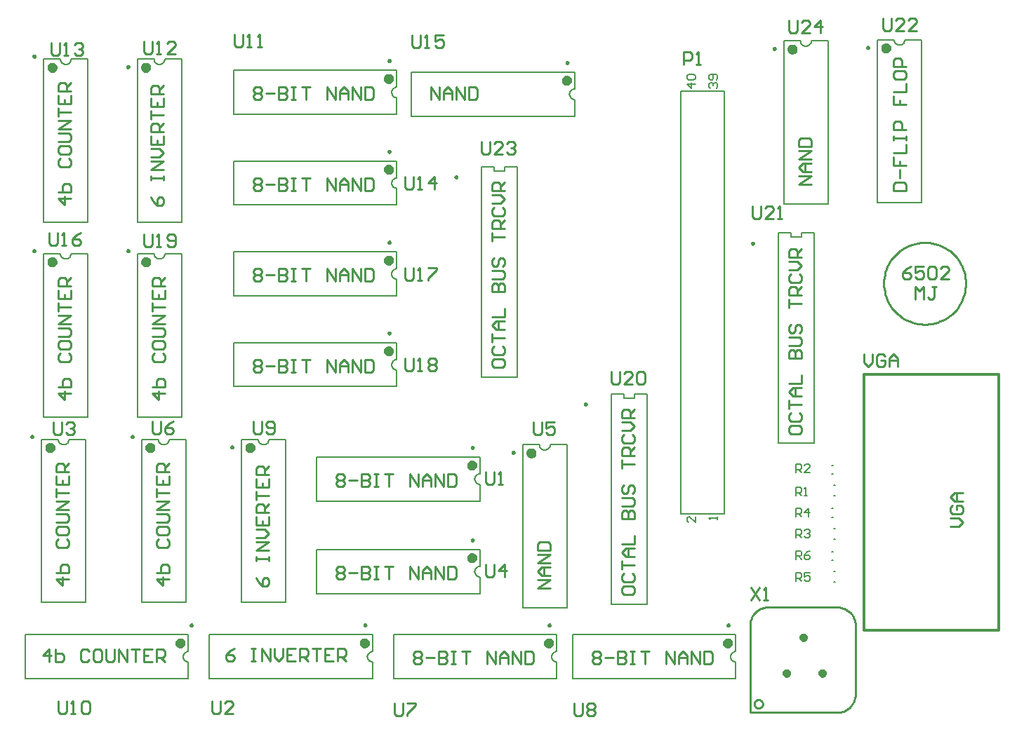
<source format=gto>
%FSTAX23Y23*%
%MOIN*%
%SFA1B1*%

%IPPOS*%
%ADD10C,0.010000*%
%ADD11C,0.020000*%
%ADD12C,0.023620*%
%ADD13C,0.009840*%
%ADD14C,0.007870*%
%ADD15C,0.012000*%
%ADD16C,0.006000*%
%ADD17C,0.008000*%
%LN6502_vga-1*%
%LPD*%
G54D10*
X08995Y01455D02*
D01*
X08994Y01456*
X08994Y01457*
X08994Y01459*
X08994Y0146*
X08993Y01461*
X08993Y01463*
X08992Y01464*
X08991Y01465*
X08991Y01466*
X0899Y01467*
X08989Y01468*
X08988Y01469*
X08987Y0147*
X08986Y01471*
X08985Y01472*
X08983Y01472*
X08982Y01473*
X08981Y01474*
X08979Y01474*
X08978Y01474*
X08977Y01474*
X08975Y01474*
X08974*
X08972Y01474*
X08971Y01474*
X0897Y01474*
X08968Y01474*
X08967Y01473*
X08966Y01472*
X08965Y01472*
X08963Y01471*
X08962Y0147*
X08961Y01469*
X0896Y01468*
X08959Y01467*
X08958Y01466*
X08958Y01465*
X08957Y01464*
X08956Y01463*
X08956Y01461*
X08955Y0146*
X08955Y01459*
X08955Y01457*
X08955Y01456*
X08955Y01455*
X08955Y01453*
X08955Y01452*
X08955Y0145*
X08955Y01449*
X08956Y01448*
X08956Y01446*
X08957Y01445*
X08958Y01444*
X08958Y01443*
X08959Y01442*
X0896Y01441*
X08961Y0144*
X08962Y01439*
X08963Y01438*
X08965Y01437*
X08966Y01437*
X08967Y01436*
X08968Y01435*
X0897Y01435*
X08971Y01435*
X08972Y01435*
X08974Y01435*
X08975*
X08977Y01435*
X08978Y01435*
X08979Y01435*
X08981Y01435*
X08982Y01436*
X08983Y01437*
X08985Y01437*
X08986Y01438*
X08987Y01439*
X08988Y0144*
X08989Y01441*
X0899Y01442*
X08991Y01443*
X08991Y01444*
X08992Y01445*
X08993Y01446*
X08993Y01448*
X08994Y01449*
X08994Y0145*
X08994Y01452*
X08994Y01453*
X08995Y01455*
X09355Y01415D02*
D01*
X0936Y01415*
X09366Y01416*
X09372Y01418*
X09378Y01419*
X09384Y01422*
X09389Y01424*
X09394Y01427*
X09399Y01431*
X09404Y01434*
X09408Y01438*
X09412Y01443*
X09416Y01447*
X0942Y01452*
X09423Y01457*
X09426Y01462*
X09428Y01468*
X0943Y01474*
X09432Y01479*
X09433Y01485*
X09434Y01491*
X09435Y01495*
Y01835D02*
D01*
X09434Y0184*
X09433Y01846*
X09431Y01852*
X0943Y01858*
X09427Y01864*
X09425Y01869*
X09422Y01874*
X09418Y01879*
X09415Y01884*
X09411Y01888*
X09406Y01892*
X09402Y01896*
X09397Y019*
X09392Y01903*
X09387Y01906*
X09381Y01908*
X09375Y0191*
X0937Y01912*
X09364Y01913*
X09358Y01914*
X09355Y01915*
X09015D02*
D01*
X09009Y01914*
X09003Y01913*
X08997Y01911*
X08991Y0191*
X08985Y01907*
X0898Y01905*
X08975Y01902*
X0897Y01898*
X08965Y01895*
X08961Y01891*
X08957Y01886*
X08953Y01882*
X08949Y01877*
X08946Y01872*
X08943Y01867*
X08941Y01861*
X08939Y01855*
X08937Y0185*
X08936Y01844*
X08935Y01838*
X08935Y01835*
X09959Y03455D02*
D01*
X09959Y03468*
X09957Y03482*
X09955Y03495*
X09952Y03508*
X09947Y03521*
X09942Y03534*
X09936Y03546*
X0993Y03558*
X09922Y03569*
X09914Y0358*
X09905Y0359*
X09895Y03599*
X09884Y03608*
X09873Y03616*
X09862Y03623*
X0985Y0363*
X09837Y03635*
X09825Y0364*
X09812Y03643*
X09798Y03646*
X09785Y03648*
X09771Y03649*
X09758*
X09744Y03648*
X09731Y03646*
X09717Y03643*
X09704Y0364*
X09692Y03635*
X09679Y0363*
X09667Y03623*
X09656Y03616*
X09645Y03608*
X09634Y03599*
X09624Y0359*
X09615Y0358*
X09607Y03569*
X09599Y03558*
X09593Y03546*
X09587Y03534*
X09582Y03521*
X09577Y03508*
X09574Y03495*
X09572Y03482*
X0957Y03468*
X0957Y03455*
X0957Y03441*
X09572Y03427*
X09574Y03414*
X09577Y03401*
X09582Y03388*
X09587Y03375*
X09593Y03363*
X09599Y03351*
X09607Y0334*
X09615Y03329*
X09624Y03319*
X09634Y0331*
X09645Y03301*
X09656Y03293*
X09667Y03286*
X09679Y03279*
X09692Y03274*
X09704Y03269*
X09717Y03266*
X09731Y03263*
X09744Y03261*
X09758Y0326*
X09771*
X09785Y03261*
X09798Y03263*
X09812Y03266*
X09825Y03269*
X09837Y03274*
X0985Y03279*
X09862Y03286*
X09873Y03293*
X09884Y03301*
X09895Y0331*
X09905Y03319*
X09914Y03329*
X09922Y0334*
X0993Y03351*
X09936Y03363*
X09942Y03375*
X09947Y03388*
X09952Y03401*
X09955Y03414*
X09957Y03427*
X09959Y03441*
X09959Y03455*
X08935Y01415D02*
Y01836D01*
X09435Y01489D02*
Y01835D01*
X08935Y01415D02*
X09356D01*
X09013Y01915D02*
X09356D01*
X09699Y03534D02*
X09679Y03524D01*
X0966Y03504*
Y03485*
X0967Y03475*
X09689*
X09699Y03485*
Y03494*
X09689Y03504*
X0966*
X09759Y03534D02*
X09719D01*
Y03504*
X09739Y03514*
X09749*
X09759Y03504*
Y03485*
X09749Y03475*
X09729*
X09719Y03485*
X09779Y03524D02*
X09789Y03534D01*
X09809*
X09819Y03524*
Y03485*
X09809Y03475*
X09789*
X09779Y03485*
Y03524*
X09879Y03475D02*
X09839D01*
X09879Y03514*
Y03524*
X09869Y03534*
X09849*
X09839Y03524*
X0972Y0338D02*
Y03439D01*
X09739Y03419*
X09759Y03439*
Y0338*
X09819Y03439D02*
X09799D01*
X09809*
Y0339*
X09799Y0338*
X09789*
X09779Y0339*
X09885Y023D02*
X09925D01*
X09945Y02319*
X09925Y02339*
X09885*
X09895Y02399D02*
X09885Y02389D01*
Y02369*
X09895Y02359*
X09935*
X09945Y02369*
Y02389*
X09935Y02399*
X09915*
Y02379*
X09945Y02419D02*
X09905D01*
X09885Y02439*
X09905Y02459*
X09945*
X09915*
Y02419*
X09615Y03895D02*
X09675D01*
Y03924*
X09665Y03934*
X09625*
X09615Y03924*
Y03895*
X09645Y03954D02*
Y03994D01*
X09615Y04054D02*
Y04014D01*
X09645*
Y04034*
Y04014*
X09675*
X09615Y04074D02*
X09675D01*
Y04114*
X09615Y04134D02*
Y04154D01*
Y04144*
X09675*
Y04134*
Y04154*
Y04184D02*
X09615D01*
Y04214*
X09625Y04224*
X09645*
X09655Y04214*
Y04184*
X09615Y04344D02*
Y04304D01*
X09645*
Y04324*
Y04304*
X09675*
X09615Y04364D02*
X09675D01*
Y04404*
X09615Y04454D02*
Y04434D01*
X09625Y04424*
X09665*
X09675Y04434*
Y04454*
X09665Y04464*
X09625*
X09615Y04454*
X09675Y04484D02*
X09615D01*
Y04514*
X09625Y04524*
X09645*
X09655Y04514*
Y04484*
X09225Y03925D02*
X09165D01*
X09225Y03964*
X09165*
X09225Y03984D02*
X09185D01*
X09165Y04004*
X09185Y04024*
X09225*
X09195*
Y03984*
X09225Y04044D02*
X09165D01*
X09225Y04084*
X09165*
Y04104D02*
X09225D01*
Y04134*
X09215Y04144*
X09175*
X09165Y04134*
Y04104*
X09118Y02769D02*
Y0275D01*
X09128Y0274*
X09168*
X09178Y0275*
Y02769*
X09168Y02779*
X09128*
X09118Y02769*
X09128Y02839D02*
X09118Y02829D01*
Y02809*
X09128Y02799*
X09168*
X09178Y02809*
Y02829*
X09168Y02839*
X09118Y02859D02*
Y02899D01*
Y02879*
X09178*
Y02919D02*
X09138D01*
X09118Y02939*
X09138Y02959*
X09178*
X09148*
Y02919*
X09118Y02979D02*
X09178D01*
Y03019*
X09118Y03099D02*
X09178D01*
Y03129*
X09168Y03139*
X09158*
X09148Y03129*
Y03099*
Y03129*
X09138Y03139*
X09128*
X09118Y03129*
Y03099*
Y03159D02*
X09168D01*
X09178Y03169*
Y03189*
X09168Y03199*
X09118*
X09128Y03259D02*
X09118Y03249D01*
Y03229*
X09128Y03219*
X09138*
X09148Y03229*
Y03249*
X09158Y03259*
X09168*
X09178Y03249*
Y03229*
X09168Y03219*
X09118Y03339D02*
Y03379D01*
Y03359*
X09178*
Y03399D02*
X09118D01*
Y03429*
X09128Y03439*
X09148*
X09158Y03429*
Y03399*
Y03419D02*
X09178Y03439D01*
X09128Y03499D02*
X09118Y03489D01*
Y03469*
X09128Y03459*
X09168*
X09178Y03469*
Y03489*
X09168Y03499*
X09118Y03519D02*
X09158D01*
X09178Y03539*
X09158Y03559*
X09118*
X09178Y03579D02*
X09118D01*
Y03609*
X09128Y03619*
X09148*
X09158Y03609*
Y03579*
Y03599D02*
X09178Y03619D01*
X08325Y02004D02*
Y01985D01*
X08335Y01975*
X08375*
X08385Y01985*
Y02004*
X08375Y02014*
X08335*
X08325Y02004*
X08335Y02074D02*
X08325Y02064D01*
Y02044*
X08335Y02034*
X08375*
X08385Y02044*
Y02064*
X08375Y02074*
X08325Y02094D02*
Y02134D01*
Y02114*
X08385*
Y02154D02*
X08345D01*
X08325Y02174*
X08345Y02194*
X08385*
X08355*
Y02154*
X08325Y02214D02*
X08385D01*
Y02254*
X08325Y02334D02*
X08385D01*
Y02364*
X08375Y02374*
X08365*
X08355Y02364*
Y02334*
Y02364*
X08345Y02374*
X08335*
X08325Y02364*
Y02334*
Y02394D02*
X08375D01*
X08385Y02404*
Y02424*
X08375Y02434*
X08325*
X08335Y02494D02*
X08325Y02484D01*
Y02464*
X08335Y02454*
X08345*
X08355Y02464*
Y02484*
X08365Y02494*
X08375*
X08385Y02484*
Y02464*
X08375Y02454*
X08325Y02574D02*
Y02614D01*
Y02594*
X08385*
Y02634D02*
X08325D01*
Y02664*
X08335Y02674*
X08355*
X08365Y02664*
Y02634*
Y02654D02*
X08385Y02674D01*
X08335Y02734D02*
X08325Y02724D01*
Y02704*
X08335Y02694*
X08375*
X08385Y02704*
Y02724*
X08375Y02734*
X08325Y02754D02*
X08365D01*
X08385Y02774*
X08365Y02794*
X08325*
X08385Y02814D02*
X08325D01*
Y02844*
X08335Y02854*
X08355*
X08365Y02844*
Y02814*
Y02834D02*
X08385Y02854D01*
X0771Y03084D02*
Y03065D01*
X0772Y03055*
X0776*
X0777Y03065*
Y03084*
X0776Y03094*
X0772*
X0771Y03084*
X0772Y03154D02*
X0771Y03144D01*
Y03124*
X0772Y03114*
X0776*
X0777Y03124*
Y03144*
X0776Y03154*
X0771Y03174D02*
Y03214D01*
Y03194*
X0777*
Y03234D02*
X0773D01*
X0771Y03254*
X0773Y03274*
X0777*
X0774*
Y03234*
X0771Y03294D02*
X0777D01*
Y03334*
X0771Y03414D02*
X0777D01*
Y03444*
X0776Y03454*
X0775*
X0774Y03444*
Y03414*
Y03444*
X0773Y03454*
X0772*
X0771Y03444*
Y03414*
Y03474D02*
X0776D01*
X0777Y03484*
Y03504*
X0776Y03514*
X0771*
X0772Y03574D02*
X0771Y03564D01*
Y03544*
X0772Y03534*
X0773*
X0774Y03544*
Y03564*
X0775Y03574*
X0776*
X0777Y03564*
Y03544*
X0776Y03534*
X0771Y03654D02*
Y03694D01*
Y03674*
X0777*
Y03714D02*
X0771D01*
Y03744*
X0772Y03754*
X0774*
X0775Y03744*
Y03714*
Y03734D02*
X0777Y03754D01*
X0772Y03814D02*
X0771Y03804D01*
Y03784*
X0772Y03774*
X0776*
X0777Y03784*
Y03804*
X0776Y03814*
X0771Y03834D02*
X0775D01*
X0777Y03854*
X0775Y03874*
X0771*
X0777Y03894D02*
X0771D01*
Y03924*
X0772Y03934*
X0774*
X0775Y03924*
Y03894*
Y03914D02*
X0777Y03934D01*
X0659Y02056D02*
X066Y02036D01*
X0662Y02016*
X0664*
X0665Y02026*
Y02046*
X0664Y02056*
X0663*
X0662Y02046*
Y02016*
X0659Y02136D02*
Y02156D01*
Y02146*
X0665*
Y02136*
Y02156*
Y02186D02*
X0659D01*
X0665Y02226*
X0659*
Y02246D02*
X0663D01*
X0665Y02266*
X0663Y02286*
X0659*
Y02346D02*
Y02306D01*
X0665*
Y02346*
X0662Y02306D02*
Y02326D01*
X0665Y02366D02*
X0659D01*
Y02396*
X066Y02406*
X0662*
X0663Y02396*
Y02366*
Y02386D02*
X0665Y02406D01*
X0659Y02426D02*
Y02466D01*
Y02446*
X0665*
X0659Y02526D02*
Y02486D01*
X0665*
Y02526*
X0662Y02486D02*
Y02506D01*
X0665Y02546D02*
X0659D01*
Y02576*
X066Y02586*
X0662*
X0663Y02576*
Y02546*
Y02566D02*
X0665Y02586D01*
X06486Y01719D02*
X06466Y01709D01*
X06446Y01689*
Y0167*
X06456Y0166*
X06476*
X06486Y0167*
Y01679*
X06476Y01689*
X06446*
X06566Y01719D02*
X06586D01*
X06576*
Y0166*
X06566*
X06586*
X06616D02*
Y01719D01*
X06656Y0166*
Y01719*
X06676D02*
Y01679D01*
X06696Y0166*
X06716Y01679*
Y01719*
X06776D02*
X06736D01*
Y0166*
X06776*
X06736Y01689D02*
X06756D01*
X06796Y0166D02*
Y01719D01*
X06826*
X06836Y01709*
Y01689*
X06826Y01679*
X06796*
X06816D02*
X06836Y0166D01*
X06856Y01719D02*
X06896D01*
X06876*
Y0166*
X06956Y01719D02*
X06916D01*
Y0166*
X06956*
X06916Y01689D02*
X06936D01*
X06976Y0166D02*
Y01719D01*
X07006*
X07016Y01709*
Y01689*
X07006Y01679*
X06976*
X06996D02*
X07016Y0166D01*
X0609Y03864D02*
X061Y03844D01*
X0612Y03825*
X0614*
X0615Y03835*
Y03854*
X0614Y03864*
X0613*
X0612Y03854*
Y03825*
X0609Y03944D02*
Y03964D01*
Y03954*
X0615*
Y03944*
Y03964*
Y03994D02*
X0609D01*
X0615Y04034*
X0609*
Y04054D02*
X0613D01*
X0615Y04074*
X0613Y04094*
X0609*
Y04154D02*
Y04114D01*
X0615*
Y04154*
X0612Y04114D02*
Y04134D01*
X0615Y04174D02*
X0609D01*
Y04204*
X061Y04214*
X0612*
X0613Y04204*
Y04174*
Y04194D02*
X0615Y04214D01*
X0609Y04234D02*
Y04274D01*
Y04254*
X0615*
X0609Y04334D02*
Y04294D01*
X0615*
Y04334*
X0612Y04294D02*
Y04314D01*
X0615Y04354D02*
X0609D01*
Y04384*
X061Y04394*
X0612*
X0613Y04384*
Y04354*
Y04374D02*
X0615Y04394D01*
X0571Y03858D02*
X0565D01*
X0568Y03828*
Y03868*
X0565Y03888D02*
X0571D01*
Y03918*
X057Y03928*
X0569*
X0568*
X0567Y03918*
Y03888*
X0566Y04048D02*
X0565Y04038D01*
Y04018*
X0566Y04008*
X057*
X0571Y04018*
Y04038*
X057Y04048*
X0565Y04098D02*
Y04078D01*
X0566Y04068*
X057*
X0571Y04078*
Y04098*
X057Y04108*
X0566*
X0565Y04098*
Y04128D02*
X057D01*
X0571Y04138*
Y04158*
X057Y04168*
X0565*
X0571Y04188D02*
X0565D01*
X0571Y04228*
X0565*
Y04248D02*
Y04288D01*
Y04268*
X0571*
X0565Y04348D02*
Y04308D01*
X0571*
Y04348*
X0568Y04308D02*
Y04328D01*
X0571Y04368D02*
X0565D01*
Y04398*
X0566Y04408*
X0568*
X0569Y04398*
Y04368*
Y04388D02*
X0571Y04408D01*
X06155Y02933D02*
X06095D01*
X06125Y02903*
Y02943*
X06095Y02963D02*
X06155D01*
Y02993*
X06145Y03003*
X06135*
X06125*
X06115Y02993*
Y02963*
X06105Y03123D02*
X06095Y03113D01*
Y03093*
X06105Y03083*
X06145*
X06155Y03093*
Y03113*
X06145Y03123*
X06095Y03173D02*
Y03153D01*
X06105Y03143*
X06145*
X06155Y03153*
Y03173*
X06145Y03183*
X06105*
X06095Y03173*
Y03203D02*
X06145D01*
X06155Y03213*
Y03233*
X06145Y03243*
X06095*
X06155Y03263D02*
X06095D01*
X06155Y03303*
X06095*
Y03323D02*
Y03363D01*
Y03343*
X06155*
X06095Y03423D02*
Y03383D01*
X06155*
Y03423*
X06125Y03383D02*
Y03403D01*
X06155Y03443D02*
X06095D01*
Y03473*
X06105Y03483*
X06125*
X06135Y03473*
Y03443*
Y03463D02*
X06155Y03483D01*
X0571Y02933D02*
X0565D01*
X0568Y02903*
Y02943*
X0565Y02963D02*
X0571D01*
Y02993*
X057Y03003*
X0569*
X0568*
X0567Y02993*
Y02963*
X0566Y03123D02*
X0565Y03113D01*
Y03093*
X0566Y03083*
X057*
X0571Y03093*
Y03113*
X057Y03123*
X0565Y03173D02*
Y03153D01*
X0566Y03143*
X057*
X0571Y03153*
Y03173*
X057Y03183*
X0566*
X0565Y03173*
Y03203D02*
X057D01*
X0571Y03213*
Y03233*
X057Y03243*
X0565*
X0571Y03263D02*
X0565D01*
X0571Y03303*
X0565*
Y03323D02*
Y03363D01*
Y03343*
X0571*
X0565Y03423D02*
Y03383D01*
X0571*
Y03423*
X0568Y03383D02*
Y03403D01*
X0571Y03443D02*
X0565D01*
Y03473*
X0566Y03483*
X0568*
X0569Y03473*
Y03443*
Y03463D02*
X0571Y03483D01*
X05604Y01655D02*
Y01714D01*
X05575Y01684*
X05614*
X05634Y01714D02*
Y01655D01*
X05664*
X05674Y01665*
Y01674*
Y01684*
X05664Y01694*
X05634*
X05794Y01704D02*
X05784Y01714D01*
X05764*
X05754Y01704*
Y01665*
X05764Y01655*
X05784*
X05794Y01665*
X05844Y01714D02*
X05824D01*
X05814Y01704*
Y01665*
X05824Y01655*
X05844*
X05854Y01665*
Y01704*
X05844Y01714*
X05874D02*
Y01665D01*
X05884Y01655*
X05904*
X05914Y01665*
Y01714*
X05934Y01655D02*
Y01714D01*
X05974Y01655*
Y01714*
X05994D02*
X06034D01*
X06014*
Y01655*
X06094Y01714D02*
X06054D01*
Y01655*
X06094*
X06054Y01684D02*
X06074D01*
X06114Y01655D02*
Y01714D01*
X06144*
X06154Y01704*
Y01684*
X06144Y01674*
X06114*
X06134D02*
X06154Y01655D01*
X06175Y02049D02*
X06115D01*
X06145Y0202*
Y02059*
X06115Y02079D02*
X06175D01*
Y02109*
X06165Y02119*
X06155*
X06145*
X06135Y02109*
Y02079*
X06125Y02239D02*
X06115Y02229D01*
Y02209*
X06125Y02199*
X06165*
X06175Y02209*
Y02229*
X06165Y02239*
X06115Y02289D02*
Y02269D01*
X06125Y02259*
X06165*
X06175Y02269*
Y02289*
X06165Y02299*
X06125*
X06115Y02289*
Y02319D02*
X06165D01*
X06175Y02329*
Y02349*
X06165Y02359*
X06115*
X06175Y02379D02*
X06115D01*
X06175Y02419*
X06115*
Y02439D02*
Y02479D01*
Y02459*
X06175*
X06115Y02539D02*
Y02499D01*
X06175*
Y02539*
X06145Y02499D02*
Y02519D01*
X06175Y02559D02*
X06115D01*
Y02589*
X06125Y02599*
X06145*
X06155Y02589*
Y02559*
Y02579D02*
X06175Y02599D01*
X057Y02049D02*
X0564D01*
X0567Y0202*
Y02059*
X0564Y02079D02*
X057D01*
Y02109*
X0569Y02119*
X0568*
X0567*
X0566Y02109*
Y02079*
X0565Y02239D02*
X0564Y02229D01*
Y02209*
X0565Y02199*
X0569*
X057Y02209*
Y02229*
X0569Y02239*
X0564Y02289D02*
Y02269D01*
X0565Y02259*
X0569*
X057Y02269*
Y02289*
X0569Y02299*
X0565*
X0564Y02289*
Y02319D02*
X0569D01*
X057Y02329*
Y02349*
X0569Y02359*
X0564*
X057Y02379D02*
X0564D01*
X057Y02419*
X0564*
Y02439D02*
Y02479D01*
Y02459*
X057*
X0564Y02539D02*
Y02499D01*
X057*
Y02539*
X0567Y02499D02*
Y02519D01*
X057Y02559D02*
X0564D01*
Y02589*
X0565Y02599*
X0567*
X0568Y02589*
Y02559*
Y02579D02*
X057Y02599D01*
X0742Y0433D02*
Y04389D01*
X07459Y0433*
Y04389*
X07479Y0433D02*
Y04369D01*
X07499Y04389*
X07519Y04369*
Y0433*
Y04359*
X07479*
X07539Y0433D02*
Y04389D01*
X07579Y0433*
Y04389*
X07599D02*
Y0433D01*
X07629*
X07639Y0434*
Y04379*
X07629Y04389*
X07599*
X07985Y02005D02*
X07925D01*
X07985Y02044*
X07925*
X07985Y02064D02*
X07945D01*
X07925Y02084*
X07945Y02104*
X07985*
X07955*
Y02064*
X07985Y02124D02*
X07925D01*
X07985Y02164*
X07925*
Y02184D02*
X07985D01*
Y02214*
X07975Y02224*
X07935*
X07925Y02214*
Y02184*
X06575Y03083D02*
X06585Y03093D01*
X06604*
X06614Y03083*
Y03073*
X06604Y03063*
X06614Y03053*
Y03043*
X06604Y03033*
X06585*
X06575Y03043*
Y03053*
X06585Y03063*
X06575Y03073*
Y03083*
X06585Y03063D02*
X06604D01*
X06634D02*
X06674D01*
X06694Y03093D02*
Y03033D01*
X06724*
X06734Y03043*
Y03053*
X06724Y03063*
X06694*
X06724*
X06734Y03073*
Y03083*
X06724Y03093*
X06694*
X06754D02*
X06774D01*
X06764*
Y03033*
X06754*
X06774*
X06804Y03093D02*
X06844D01*
X06824*
Y03033*
X06924D02*
Y03093D01*
X06964Y03033*
Y03093*
X06984Y03033D02*
Y03073D01*
X07004Y03093*
X07024Y03073*
Y03033*
Y03063*
X06984*
X07044Y03033D02*
Y03093D01*
X07084Y03033*
Y03093*
X07104D02*
Y03033D01*
X07134*
X07144Y03043*
Y03083*
X07134Y03093*
X07104*
X06575Y03514D02*
X06585Y03524D01*
X06604*
X06614Y03514*
Y03504*
X06604Y03494*
X06614Y03484*
Y03475*
X06604Y03465*
X06585*
X06575Y03475*
Y03484*
X06585Y03494*
X06575Y03504*
Y03514*
X06585Y03494D02*
X06604D01*
X06634D02*
X06674D01*
X06694Y03524D02*
Y03465D01*
X06724*
X06734Y03475*
Y03484*
X06724Y03494*
X06694*
X06724*
X06734Y03504*
Y03514*
X06724Y03524*
X06694*
X06754D02*
X06774D01*
X06764*
Y03465*
X06754*
X06774*
X06804Y03524D02*
X06844D01*
X06824*
Y03465*
X06924D02*
Y03524D01*
X06964Y03465*
Y03524*
X06984Y03465D02*
Y03504D01*
X07004Y03524*
X07024Y03504*
Y03465*
Y03494*
X06984*
X07044Y03465D02*
Y03524D01*
X07084Y03465*
Y03524*
X07104D02*
Y03465D01*
X07134*
X07144Y03475*
Y03514*
X07134Y03524*
X07104*
X06575Y03946D02*
X06585Y03956D01*
X06604*
X06614Y03946*
Y03936*
X06604Y03926*
X06614Y03916*
Y03906*
X06604Y03896*
X06585*
X06575Y03906*
Y03916*
X06585Y03926*
X06575Y03936*
Y03946*
X06585Y03926D02*
X06604D01*
X06634D02*
X06674D01*
X06694Y03956D02*
Y03896D01*
X06724*
X06734Y03906*
Y03916*
X06724Y03926*
X06694*
X06724*
X06734Y03936*
Y03946*
X06724Y03956*
X06694*
X06754D02*
X06774D01*
X06764*
Y03896*
X06754*
X06774*
X06804Y03956D02*
X06844D01*
X06824*
Y03896*
X06924D02*
Y03956D01*
X06964Y03896*
Y03956*
X06984Y03896D02*
Y03936D01*
X07004Y03956*
X07024Y03936*
Y03896*
Y03926*
X06984*
X07044Y03896D02*
Y03956D01*
X07084Y03896*
Y03956*
X07104D02*
Y03896D01*
X07134*
X07144Y03906*
Y03946*
X07134Y03956*
X07104*
X06575Y04378D02*
X06585Y04388D01*
X06604*
X06614Y04378*
Y04368*
X06604Y04358*
X06614Y04348*
Y04338*
X06604Y04328*
X06585*
X06575Y04338*
Y04348*
X06585Y04358*
X06575Y04368*
Y04378*
X06585Y04358D02*
X06604D01*
X06634D02*
X06674D01*
X06694Y04388D02*
Y04328D01*
X06724*
X06734Y04338*
Y04348*
X06724Y04358*
X06694*
X06724*
X06734Y04368*
Y04378*
X06724Y04388*
X06694*
X06754D02*
X06774D01*
X06764*
Y04328*
X06754*
X06774*
X06804Y04388D02*
X06844D01*
X06824*
Y04328*
X06924D02*
Y04388D01*
X06964Y04328*
Y04388*
X06984Y04328D02*
Y04368D01*
X07004Y04388*
X07024Y04368*
Y04328*
Y04358*
X06984*
X07044Y04328D02*
Y04388D01*
X07084Y04328*
Y04388*
X07104D02*
Y04328D01*
X07134*
X07144Y04338*
Y04378*
X07134Y04388*
X07104*
X08185Y01694D02*
X08195Y01704D01*
X08214*
X08224Y01694*
Y01684*
X08214Y01674*
X08224Y01664*
Y01655*
X08214Y01645*
X08195*
X08185Y01655*
Y01664*
X08195Y01674*
X08185Y01684*
Y01694*
X08195Y01674D02*
X08214D01*
X08244D02*
X08284D01*
X08304Y01704D02*
Y01645D01*
X08334*
X08344Y01655*
Y01664*
X08334Y01674*
X08304*
X08334*
X08344Y01684*
Y01694*
X08334Y01704*
X08304*
X08364D02*
X08384D01*
X08374*
Y01645*
X08364*
X08384*
X08414Y01704D02*
X08454D01*
X08434*
Y01645*
X08534D02*
Y01704D01*
X08574Y01645*
Y01704*
X08594Y01645D02*
Y01684D01*
X08614Y01704*
X08634Y01684*
Y01645*
Y01674*
X08594*
X08654Y01645D02*
Y01704D01*
X08694Y01645*
Y01704*
X08714D02*
Y01645D01*
X08744*
X08754Y01655*
Y01694*
X08744Y01704*
X08714*
X07335Y01694D02*
X07345Y01704D01*
X07364*
X07374Y01694*
Y01684*
X07364Y01674*
X07374Y01664*
Y01655*
X07364Y01645*
X07345*
X07335Y01655*
Y01664*
X07345Y01674*
X07335Y01684*
Y01694*
X07345Y01674D02*
X07364D01*
X07394D02*
X07434D01*
X07454Y01704D02*
Y01645D01*
X07484*
X07494Y01655*
Y01664*
X07484Y01674*
X07454*
X07484*
X07494Y01684*
Y01694*
X07484Y01704*
X07454*
X07514D02*
X07534D01*
X07524*
Y01645*
X07514*
X07534*
X07564Y01704D02*
X07604D01*
X07584*
Y01645*
X07684D02*
Y01704D01*
X07724Y01645*
Y01704*
X07744Y01645D02*
Y01684D01*
X07764Y01704*
X07784Y01684*
Y01645*
Y01674*
X07744*
X07804Y01645D02*
Y01704D01*
X07844Y01645*
Y01704*
X07864D02*
Y01645D01*
X07894*
X07904Y01655*
Y01694*
X07894Y01704*
X07864*
X0697Y02099D02*
X0698Y02109D01*
X06999*
X07009Y02099*
Y02089*
X06999Y02079*
X07009Y02069*
Y0206*
X06999Y0205*
X0698*
X0697Y0206*
Y02069*
X0698Y02079*
X0697Y02089*
Y02099*
X0698Y02079D02*
X06999D01*
X07029D02*
X07069D01*
X07089Y02109D02*
Y0205D01*
X07119*
X07129Y0206*
Y02069*
X07119Y02079*
X07089*
X07119*
X07129Y02089*
Y02099*
X07119Y02109*
X07089*
X07149D02*
X07169D01*
X07159*
Y0205*
X07149*
X07169*
X07199Y02109D02*
X07239D01*
X07219*
Y0205*
X07319D02*
Y02109D01*
X07359Y0205*
Y02109*
X07379Y0205D02*
Y02089D01*
X07399Y02109*
X07419Y02089*
Y0205*
Y02079*
X07379*
X07439Y0205D02*
Y02109D01*
X07479Y0205*
Y02109*
X07499D02*
Y0205D01*
X07529*
X07539Y0206*
Y02099*
X07529Y02109*
X07499*
X0697Y02539D02*
X0698Y02549D01*
X06999*
X07009Y02539*
Y02529*
X06999Y02519*
X07009Y02509*
Y025*
X06999Y0249*
X0698*
X0697Y025*
Y02509*
X0698Y02519*
X0697Y02529*
Y02539*
X0698Y02519D02*
X06999D01*
X07029D02*
X07069D01*
X07089Y02549D02*
Y0249D01*
X07119*
X07129Y025*
Y02509*
X07119Y02519*
X07089*
X07119*
X07129Y02529*
Y02539*
X07119Y02549*
X07089*
X07149D02*
X07169D01*
X07159*
Y0249*
X07149*
X07169*
X07199Y02549D02*
X07239D01*
X07219*
Y0249*
X07319D02*
Y02549D01*
X07359Y0249*
Y02549*
X07379Y0249D02*
Y02529D01*
X07399Y02549*
X07419Y02529*
Y0249*
Y02519*
X07379*
X07439Y0249D02*
Y02549D01*
X07479Y0249*
Y02549*
X07499D02*
Y0249D01*
X07529*
X07539Y025*
Y02539*
X07529Y02549*
X07499*
X0894Y02009D02*
X08979Y0195D01*
Y02009D02*
X0894Y0195D01*
X08999D02*
X09019D01*
X09009*
Y02009*
X08999Y01999*
X09477Y03119D02*
Y03079D01*
X09497Y03059*
X09517Y03079*
Y03119*
X09577Y03109D02*
X09567Y03119D01*
X09547*
X09537Y03109*
Y03069*
X09547Y03059*
X09567*
X09577Y03069*
Y03089*
X09557*
X09597Y03059D02*
Y03099D01*
X09617Y03119*
X09637Y03099*
Y03059*
Y03089*
X09597*
X0912Y04704D02*
Y04655D01*
X0913Y04645*
X0915*
X0916Y04655*
Y04704*
X09219Y04645D02*
X0918D01*
X09219Y04685*
Y04694*
X0921Y04704*
X0919*
X0918Y04694*
X09269Y04645D02*
Y04704D01*
X09239Y04675*
X09279*
X0766Y04129D02*
Y0408D01*
X0767Y0407*
X0769*
X077Y0408*
Y04129*
X07759Y0407D02*
X0772D01*
X07759Y0411*
Y04119*
X0775Y04129*
X0773*
X0772Y04119*
X07779D02*
X07789Y04129D01*
X07809*
X07819Y04119*
Y0411*
X07809Y041*
X07799*
X07809*
X07819Y0409*
Y0408*
X07809Y0407*
X07789*
X07779Y0408*
X09565Y04714D02*
Y04665D01*
X09575Y04655*
X09595*
X09605Y04665*
Y04714*
X09664Y04655D02*
X09625D01*
X09664Y04695*
Y04704*
X09655Y04714*
X09635*
X09625Y04704*
X09724Y04655D02*
X09684D01*
X09724Y04695*
Y04704*
X09714Y04714*
X09694*
X09684Y04704*
X08947Y03822D02*
Y03772D01*
X08957Y03762*
X08977*
X08987Y03772*
Y03822*
X09047Y03762D02*
X09007D01*
X09047Y03802*
Y03812*
X09037Y03822*
X09017*
X09007Y03812*
X09067Y03762D02*
X09087D01*
X09077*
Y03822*
X09067Y03812*
X08275Y03034D02*
Y02985D01*
X08285Y02975*
X08305*
X08315Y02985*
Y03034*
X08374Y02975D02*
X08335D01*
X08374Y03015*
Y03024*
X08365Y03034*
X08345*
X08335Y03024*
X08394D02*
X08404Y03034D01*
X08424*
X08434Y03024*
Y02985*
X08424Y02975*
X08404*
X08394Y02985*
Y03024*
X06055Y03689D02*
Y0364D01*
X06065Y0363*
X06085*
X06095Y0364*
Y03689*
X06115Y0363D02*
X06135D01*
X06125*
Y03689*
X06115Y03679*
X06164Y0364D02*
X06174Y0363D01*
X06194*
X06204Y0364*
Y03679*
X06194Y03689*
X06174*
X06164Y03679*
Y0367*
X06174Y0366*
X06204*
X07295Y03098D02*
Y03048D01*
X07305Y03038*
X07325*
X07335Y03048*
Y03098*
X07355Y03038D02*
X07375D01*
X07365*
Y03098*
X07355Y03088*
X07404D02*
X07414Y03098D01*
X07434*
X07444Y03088*
Y03078*
X07434Y03068*
X07444Y03058*
Y03048*
X07434Y03038*
X07414*
X07404Y03048*
Y03058*
X07414Y03068*
X07404Y03078*
Y03088*
X07414Y03068D02*
X07434D01*
X07295Y03529D02*
Y0348D01*
X07305Y0347*
X07325*
X07335Y0348*
Y03529*
X07355Y0347D02*
X07375D01*
X07365*
Y03529*
X07355Y03519*
X07404Y03529D02*
X07444D01*
Y03519*
X07404Y0348*
Y0347*
X05605Y03694D02*
Y03645D01*
X05615Y03635*
X05635*
X05645Y03645*
Y03694*
X05665Y03635D02*
X05685D01*
X05675*
Y03694*
X05665Y03684*
X05754Y03694D02*
X05734Y03684D01*
X05714Y03665*
Y03645*
X05724Y03635*
X05744*
X05754Y03645*
Y03655*
X05744Y03665*
X05714*
X0733Y04634D02*
Y04585D01*
X0734Y04575*
X0736*
X0737Y04585*
Y04634*
X0739Y04575D02*
X0741D01*
X074*
Y04634*
X0739Y04624*
X07479Y04634D02*
X07439D01*
Y04605*
X07459Y04615*
X07469*
X07479Y04605*
Y04585*
X07469Y04575*
X07449*
X07439Y04585*
X07295Y03961D02*
Y03911D01*
X07305Y03901*
X07325*
X07335Y03911*
Y03961*
X07355Y03901D02*
X07375D01*
X07365*
Y03961*
X07355Y03951*
X07434Y03901D02*
Y03961D01*
X07404Y03931*
X07444*
X05615Y04599D02*
Y0455D01*
X05625Y0454*
X05645*
X05655Y0455*
Y04599*
X05675Y0454D02*
X05695D01*
X05685*
Y04599*
X05675Y04589*
X05724D02*
X05734Y04599D01*
X05754*
X05764Y04589*
Y0458*
X05754Y0457*
X05744*
X05754*
X05764Y0456*
Y0455*
X05754Y0454*
X05734*
X05724Y0455*
X06055Y04604D02*
Y04555D01*
X06065Y04545*
X06085*
X06095Y04555*
Y04604*
X06115Y04545D02*
X06135D01*
X06125*
Y04604*
X06115Y04594*
X06204Y04545D02*
X06164D01*
X06204Y04585*
Y04594*
X06194Y04604*
X06174*
X06164Y04594*
X06485Y04639D02*
Y0459D01*
X06495Y0458*
X06515*
X06525Y0459*
Y04639*
X06545Y0458D02*
X06564D01*
X06555*
Y04639*
X06545Y04629*
X06594Y0458D02*
X06614D01*
X06604*
Y04639*
X06594Y04629*
X06575Y02799D02*
Y0275D01*
X06585Y0274*
X06605*
X06615Y0275*
Y02799*
X06635Y0275D02*
X06644Y0274D01*
X06664*
X06674Y0275*
Y02789*
X06664Y02799*
X06644*
X06635Y02789*
Y0278*
X06644Y0277*
X06674*
X081Y01459D02*
Y0141D01*
X0811Y014*
X0813*
X0814Y0141*
Y01459*
X0816Y01449D02*
X08169Y01459D01*
X08189*
X08199Y01449*
Y0144*
X08189Y0143*
X08199Y0142*
Y0141*
X08189Y014*
X08169*
X0816Y0141*
Y0142*
X08169Y0143*
X0816Y0144*
Y01449*
X08169Y0143D02*
X08189D01*
X07245Y01459D02*
Y0141D01*
X07255Y014*
X07275*
X07285Y0141*
Y01459*
X07305D02*
X07344D01*
Y01449*
X07305Y0141*
Y014*
X07905Y02794D02*
Y02745D01*
X07915Y02735*
X07935*
X07945Y02745*
Y02794*
X08004D02*
X07965D01*
Y02765*
X07984Y02775*
X07994*
X08004Y02765*
Y02745*
X07994Y02735*
X07974*
X07965Y02745*
X0768Y02118D02*
Y02068D01*
X0769Y02058*
X0771*
X0772Y02068*
Y02118*
X07769Y02058D02*
Y02118D01*
X0774Y02088*
X07779*
X0638Y01469D02*
Y0142D01*
X0639Y0141*
X0641*
X0642Y0142*
Y01469*
X06479Y0141D02*
X0644D01*
X06479Y0145*
Y01459*
X06469Y01469*
X06449*
X0644Y01459*
X0768Y02559D02*
Y0251D01*
X0769Y025*
X0771*
X0772Y0251*
Y02559*
X0774Y025D02*
X07759D01*
X07749*
Y02559*
X0774Y02549*
X0565Y01469D02*
Y0142D01*
X0566Y0141*
X0568*
X0569Y0142*
Y01469*
X0571Y0141D02*
X0573D01*
X0572*
Y01469*
X0571Y01459*
X05759D02*
X05769Y01469D01*
X05789*
X05799Y01459*
Y0142*
X05789Y0141*
X05769*
X05759Y0142*
Y01459*
X05625Y02794D02*
Y02745D01*
X05635Y02735*
X05655*
X05665Y02745*
Y02794*
X05685Y02784D02*
X05694Y02794D01*
X05714*
X05724Y02784*
Y02775*
X05714Y02765*
X05704*
X05714*
X05724Y02755*
Y02745*
X05714Y02735*
X05694*
X05685Y02745*
X06095Y02799D02*
Y0275D01*
X06105Y0274*
X06125*
X06135Y0275*
Y02799*
X06194D02*
X06174Y02789D01*
X06155Y0277*
Y0275*
X06164Y0274*
X06184*
X06194Y0275*
Y0276*
X06184Y0277*
X06155*
X0862Y04495D02*
Y04554D01*
X0865*
X0866Y04544*
Y04525*
X0865Y04515*
X0862*
X08679Y04495D02*
X08699D01*
X08689*
Y04554*
X08679Y04544*
G54D11*
X0929Y016D02*
D01*
X09289Y016*
X09289Y01601*
X09289Y01602*
X09289Y01602*
X09289Y01603*
X09289Y01604*
X09288Y01604*
X09288Y01605*
X09288Y01605*
X09287Y01606*
X09287Y01606*
X09286Y01607*
X09286Y01607*
X09285Y01608*
X09285Y01608*
X09284Y01608*
X09283Y01609*
X09283Y01609*
X09282Y01609*
X09281Y01609*
X09281Y01609*
X0928Y01609*
X09279*
X09278Y01609*
X09278Y01609*
X09277Y01609*
X09276Y01609*
X09276Y01609*
X09275Y01608*
X09275Y01608*
X09274Y01608*
X09273Y01607*
X09273Y01607*
X09272Y01606*
X09272Y01606*
X09271Y01605*
X09271Y01605*
X09271Y01604*
X0927Y01604*
X0927Y01603*
X0927Y01602*
X0927Y01602*
X0927Y01601*
X0927Y016*
X0927Y016*
X0927Y01599*
X0927Y01598*
X0927Y01597*
X0927Y01597*
X0927Y01596*
X0927Y01595*
X09271Y01595*
X09271Y01594*
X09271Y01594*
X09272Y01593*
X09272Y01593*
X09273Y01592*
X09273Y01592*
X09274Y01591*
X09275Y01591*
X09275Y01591*
X09276Y0159*
X09276Y0159*
X09277Y0159*
X09278Y0159*
X09278Y0159*
X09279Y0159*
X0928*
X09281Y0159*
X09281Y0159*
X09282Y0159*
X09283Y0159*
X09283Y0159*
X09284Y01591*
X09285Y01591*
X09285Y01591*
X09286Y01592*
X09286Y01592*
X09287Y01593*
X09287Y01593*
X09288Y01594*
X09288Y01594*
X09288Y01595*
X09289Y01595*
X09289Y01596*
X09289Y01597*
X09289Y01597*
X09289Y01598*
X09289Y01599*
X0929Y016*
X0912D02*
D01*
X09119Y016*
X09119Y01601*
X09119Y01602*
X09119Y01602*
X09119Y01603*
X09119Y01604*
X09118Y01604*
X09118Y01605*
X09118Y01605*
X09117Y01606*
X09117Y01606*
X09116Y01607*
X09116Y01607*
X09115Y01608*
X09115Y01608*
X09114Y01608*
X09113Y01609*
X09113Y01609*
X09112Y01609*
X09111Y01609*
X09111Y01609*
X0911Y01609*
X09109*
X09108Y01609*
X09108Y01609*
X09107Y01609*
X09106Y01609*
X09106Y01609*
X09105Y01608*
X09105Y01608*
X09104Y01608*
X09103Y01607*
X09103Y01607*
X09102Y01606*
X09102Y01606*
X09101Y01605*
X09101Y01605*
X09101Y01604*
X091Y01604*
X091Y01603*
X091Y01602*
X091Y01602*
X091Y01601*
X091Y016*
X091Y016*
X091Y01599*
X091Y01598*
X091Y01597*
X091Y01597*
X091Y01596*
X091Y01595*
X09101Y01595*
X09101Y01594*
X09101Y01594*
X09102Y01593*
X09102Y01593*
X09103Y01592*
X09103Y01592*
X09104Y01591*
X09105Y01591*
X09105Y01591*
X09106Y0159*
X09106Y0159*
X09107Y0159*
X09108Y0159*
X09108Y0159*
X09109Y0159*
X0911*
X09111Y0159*
X09111Y0159*
X09112Y0159*
X09113Y0159*
X09113Y0159*
X09114Y01591*
X09115Y01591*
X09115Y01591*
X09116Y01592*
X09116Y01592*
X09117Y01593*
X09117Y01593*
X09118Y01594*
X09118Y01594*
X09118Y01595*
X09119Y01595*
X09119Y01596*
X09119Y01597*
X09119Y01597*
X09119Y01598*
X09119Y01599*
X0912Y016*
X092Y0177D02*
D01*
X09199Y0177*
X09199Y01771*
X09199Y01772*
X09199Y01772*
X09199Y01773*
X09199Y01774*
X09198Y01774*
X09198Y01775*
X09198Y01775*
X09197Y01776*
X09197Y01776*
X09196Y01777*
X09196Y01777*
X09195Y01778*
X09195Y01778*
X09194Y01778*
X09193Y01779*
X09193Y01779*
X09192Y01779*
X09191Y01779*
X09191Y01779*
X0919Y01779*
X09189*
X09188Y01779*
X09188Y01779*
X09187Y01779*
X09186Y01779*
X09186Y01779*
X09185Y01778*
X09185Y01778*
X09184Y01778*
X09183Y01777*
X09183Y01777*
X09182Y01776*
X09182Y01776*
X09181Y01775*
X09181Y01775*
X09181Y01774*
X0918Y01774*
X0918Y01773*
X0918Y01772*
X0918Y01772*
X0918Y01771*
X0918Y0177*
X0918Y0177*
X0918Y01769*
X0918Y01768*
X0918Y01767*
X0918Y01767*
X0918Y01766*
X0918Y01765*
X09181Y01765*
X09181Y01764*
X09181Y01764*
X09182Y01763*
X09182Y01763*
X09183Y01762*
X09183Y01762*
X09184Y01761*
X09185Y01761*
X09185Y01761*
X09186Y0176*
X09186Y0176*
X09187Y0176*
X09188Y0176*
X09188Y0176*
X09189Y0176*
X0919*
X09191Y0176*
X09191Y0176*
X09192Y0176*
X09193Y0176*
X09193Y0176*
X09194Y01761*
X09195Y01761*
X09195Y01761*
X09196Y01762*
X09196Y01762*
X09197Y01763*
X09197Y01763*
X09198Y01764*
X09198Y01764*
X09198Y01765*
X09199Y01765*
X09199Y01766*
X09199Y01767*
X09199Y01767*
X09199Y01768*
X09199Y01769*
X092Y0177*
G54D12*
X07906Y02648D02*
D01*
X07906Y02649*
X07906Y0265*
X07906Y0265*
X07906Y02651*
X07906Y02652*
X07905Y02653*
X07905Y02653*
X07905Y02654*
X07904Y02655*
X07904Y02656*
X07903Y02656*
X07902Y02657*
X07902Y02657*
X07901Y02658*
X079Y02658*
X079Y02659*
X07899Y02659*
X07898Y02659*
X07897Y02659*
X07897Y0266*
X07896Y0266*
X07895Y0266*
X07894*
X07893Y0266*
X07892Y0266*
X07892Y02659*
X07891Y02659*
X0789Y02659*
X07889Y02659*
X07889Y02658*
X07888Y02658*
X07887Y02657*
X07887Y02657*
X07886Y02656*
X07885Y02656*
X07885Y02655*
X07885Y02654*
X07884Y02653*
X07884Y02653*
X07883Y02652*
X07883Y02651*
X07883Y0265*
X07883Y0265*
X07883Y02649*
X07883Y02648*
X07883Y02647*
X07883Y02646*
X07883Y02645*
X07883Y02645*
X07883Y02644*
X07884Y02643*
X07884Y02642*
X07885Y02642*
X07885Y02641*
X07885Y0264*
X07886Y0264*
X07887Y02639*
X07887Y02639*
X07888Y02638*
X07889Y02638*
X07889Y02637*
X0789Y02637*
X07891Y02637*
X07892Y02636*
X07892Y02636*
X07893Y02636*
X07894Y02636*
X07895*
X07896Y02636*
X07897Y02636*
X07897Y02636*
X07898Y02637*
X07899Y02637*
X079Y02637*
X079Y02638*
X07901Y02638*
X07902Y02639*
X07902Y02639*
X07903Y0264*
X07904Y0264*
X07904Y02641*
X07905Y02642*
X07905Y02642*
X07905Y02643*
X07906Y02644*
X07906Y02645*
X07906Y02645*
X07906Y02646*
X07906Y02647*
X07906Y02648*
X0723Y03133D02*
D01*
X0723Y03134*
X0723Y03134*
X07229Y03135*
X07229Y03136*
X07229Y03137*
X07229Y03138*
X07228Y03138*
X07228Y03139*
X07227Y0314*
X07227Y0314*
X07226Y03141*
X07226Y03142*
X07225Y03142*
X07225Y03143*
X07224Y03143*
X07223Y03143*
X07222Y03144*
X07222Y03144*
X07221Y03144*
X0722Y03144*
X07219Y03145*
X07218Y03145*
X07218*
X07217Y03145*
X07216Y03144*
X07215Y03144*
X07214Y03144*
X07214Y03144*
X07213Y03143*
X07212Y03143*
X07211Y03143*
X07211Y03142*
X0721Y03142*
X07209Y03141*
X07209Y0314*
X07208Y0314*
X07208Y03139*
X07208Y03138*
X07207Y03138*
X07207Y03137*
X07207Y03136*
X07206Y03135*
X07206Y03134*
X07206Y03134*
X07206Y03133*
X07206Y03132*
X07206Y03131*
X07206Y0313*
X07207Y0313*
X07207Y03129*
X07207Y03128*
X07208Y03127*
X07208Y03127*
X07208Y03126*
X07209Y03125*
X07209Y03125*
X0721Y03124*
X07211Y03123*
X07211Y03123*
X07212Y03123*
X07213Y03122*
X07214Y03122*
X07214Y03122*
X07215Y03121*
X07216Y03121*
X07217Y03121*
X07218Y03121*
X07218*
X07219Y03121*
X0722Y03121*
X07221Y03121*
X07222Y03122*
X07222Y03122*
X07223Y03122*
X07224Y03123*
X07225Y03123*
X07225Y03123*
X07226Y03124*
X07226Y03125*
X07227Y03125*
X07227Y03126*
X07228Y03127*
X07228Y03127*
X07229Y03128*
X07229Y03129*
X07229Y0313*
X07229Y0313*
X0723Y03131*
X0723Y03132*
X0723Y03133*
Y04428D02*
D01*
X0723Y04429*
X0723Y04429*
X07229Y0443*
X07229Y04431*
X07229Y04432*
X07229Y04433*
X07228Y04433*
X07228Y04434*
X07227Y04435*
X07227Y04435*
X07226Y04436*
X07226Y04437*
X07225Y04437*
X07225Y04438*
X07224Y04438*
X07223Y04438*
X07222Y04439*
X07222Y04439*
X07221Y04439*
X0722Y04439*
X07219Y0444*
X07218Y0444*
X07218*
X07217Y0444*
X07216Y04439*
X07215Y04439*
X07214Y04439*
X07214Y04439*
X07213Y04438*
X07212Y04438*
X07211Y04438*
X07211Y04437*
X0721Y04437*
X07209Y04436*
X07209Y04435*
X07208Y04435*
X07208Y04434*
X07208Y04433*
X07207Y04433*
X07207Y04432*
X07207Y04431*
X07206Y0443*
X07206Y04429*
X07206Y04429*
X07206Y04428*
X07206Y04427*
X07206Y04426*
X07206Y04425*
X07207Y04425*
X07207Y04424*
X07207Y04423*
X07208Y04422*
X07208Y04422*
X07208Y04421*
X07209Y0442*
X07209Y0442*
X0721Y04419*
X07211Y04418*
X07211Y04418*
X07212Y04418*
X07213Y04417*
X07214Y04417*
X07214Y04417*
X07215Y04416*
X07216Y04416*
X07217Y04416*
X07218Y04416*
X07218*
X07219Y04416*
X0722Y04416*
X07221Y04416*
X07222Y04417*
X07222Y04417*
X07223Y04417*
X07224Y04418*
X07225Y04418*
X07225Y04418*
X07226Y04419*
X07226Y0442*
X07227Y0442*
X07227Y04421*
X07228Y04422*
X07228Y04422*
X07229Y04423*
X07229Y04424*
X07229Y04425*
X07229Y04425*
X0723Y04426*
X0723Y04427*
X0723Y04428*
Y03996D02*
D01*
X0723Y03997*
X0723Y03998*
X07229Y03999*
X07229Y03999*
X07229Y04*
X07229Y04001*
X07228Y04002*
X07228Y04002*
X07227Y04003*
X07227Y04004*
X07226Y04004*
X07226Y04005*
X07225Y04005*
X07225Y04006*
X07224Y04006*
X07223Y04007*
X07222Y04007*
X07222Y04007*
X07221Y04008*
X0722Y04008*
X07219Y04008*
X07218Y04008*
X07218*
X07217Y04008*
X07216Y04008*
X07215Y04008*
X07214Y04007*
X07214Y04007*
X07213Y04007*
X07212Y04006*
X07211Y04006*
X07211Y04005*
X0721Y04005*
X07209Y04004*
X07209Y04004*
X07208Y04003*
X07208Y04002*
X07208Y04002*
X07207Y04001*
X07207Y04*
X07207Y03999*
X07206Y03999*
X07206Y03998*
X07206Y03997*
X07206Y03996*
X07206Y03995*
X07206Y03994*
X07206Y03994*
X07207Y03993*
X07207Y03992*
X07207Y03991*
X07208Y03991*
X07208Y0399*
X07208Y03989*
X07209Y03989*
X07209Y03988*
X0721Y03987*
X07211Y03987*
X07211Y03986*
X07212Y03986*
X07213Y03986*
X07214Y03985*
X07214Y03985*
X07215Y03985*
X07216Y03984*
X07217Y03984*
X07218Y03984*
X07218*
X07219Y03984*
X0722Y03984*
X07221Y03985*
X07222Y03985*
X07222Y03985*
X07223Y03986*
X07224Y03986*
X07225Y03986*
X07225Y03987*
X07226Y03987*
X07226Y03988*
X07227Y03989*
X07227Y03989*
X07228Y0399*
X07228Y03991*
X07229Y03991*
X07229Y03992*
X07229Y03993*
X07229Y03994*
X0723Y03994*
X0723Y03995*
X0723Y03996*
Y03564D02*
D01*
X0723Y03565*
X0723Y03566*
X07229Y03567*
X07229Y03568*
X07229Y03568*
X07229Y03569*
X07228Y0357*
X07228Y03571*
X07227Y03571*
X07227Y03572*
X07226Y03573*
X07226Y03573*
X07225Y03574*
X07225Y03574*
X07224Y03575*
X07223Y03575*
X07222Y03575*
X07222Y03576*
X07221Y03576*
X0722Y03576*
X07219Y03576*
X07218Y03576*
X07218*
X07217Y03576*
X07216Y03576*
X07215Y03576*
X07214Y03576*
X07214Y03575*
X07213Y03575*
X07212Y03575*
X07211Y03574*
X07211Y03574*
X0721Y03573*
X07209Y03573*
X07209Y03572*
X07208Y03571*
X07208Y03571*
X07208Y0357*
X07207Y03569*
X07207Y03568*
X07207Y03568*
X07206Y03567*
X07206Y03566*
X07206Y03565*
X07206Y03564*
X07206Y03564*
X07206Y03563*
X07206Y03562*
X07207Y03561*
X07207Y0356*
X07207Y0356*
X07208Y03559*
X07208Y03558*
X07208Y03558*
X07209Y03557*
X07209Y03556*
X0721Y03556*
X07211Y03555*
X07211Y03555*
X07212Y03554*
X07213Y03554*
X07214Y03554*
X07214Y03553*
X07215Y03553*
X07216Y03553*
X07217Y03553*
X07218Y03553*
X07218*
X07219Y03553*
X0722Y03553*
X07221Y03553*
X07222Y03553*
X07222Y03554*
X07223Y03554*
X07224Y03554*
X07225Y03555*
X07225Y03555*
X07226Y03556*
X07226Y03556*
X07227Y03557*
X07227Y03558*
X07228Y03558*
X07228Y03559*
X07229Y0356*
X07229Y0356*
X07229Y03561*
X07229Y03562*
X0723Y03563*
X0723Y03564*
X0723Y03564*
X07115Y01744D02*
D01*
X07115Y01745*
X07115Y01746*
X07114Y01747*
X07114Y01748*
X07114Y01748*
X07114Y01749*
X07113Y0175*
X07113Y01751*
X07112Y01751*
X07112Y01752*
X07111Y01753*
X07111Y01753*
X0711Y01754*
X0711Y01754*
X07109Y01755*
X07108Y01755*
X07107Y01755*
X07107Y01756*
X07106Y01756*
X07105Y01756*
X07104Y01756*
X07103Y01756*
X07103*
X07102Y01756*
X07101Y01756*
X071Y01756*
X07099Y01756*
X07099Y01755*
X07098Y01755*
X07097Y01755*
X07096Y01754*
X07096Y01754*
X07095Y01753*
X07094Y01753*
X07094Y01752*
X07093Y01751*
X07093Y01751*
X07093Y0175*
X07092Y01749*
X07092Y01748*
X07092Y01748*
X07091Y01747*
X07091Y01746*
X07091Y01745*
X07091Y01744*
X07091Y01744*
X07091Y01743*
X07091Y01742*
X07092Y01741*
X07092Y0174*
X07092Y0174*
X07093Y01739*
X07093Y01738*
X07093Y01738*
X07094Y01737*
X07094Y01736*
X07095Y01736*
X07096Y01735*
X07096Y01735*
X07097Y01734*
X07098Y01734*
X07099Y01734*
X07099Y01733*
X071Y01733*
X07101Y01733*
X07102Y01733*
X07103Y01733*
X07103*
X07104Y01733*
X07105Y01733*
X07106Y01733*
X07107Y01733*
X07107Y01734*
X07108Y01734*
X07109Y01734*
X0711Y01735*
X0711Y01735*
X07111Y01736*
X07111Y01736*
X07112Y01737*
X07112Y01738*
X07113Y01738*
X07113Y01739*
X07114Y0174*
X07114Y0174*
X07114Y01741*
X07114Y01742*
X07115Y01743*
X07115Y01744*
X07115Y01744*
X0624D02*
D01*
X0624Y01745*
X0624Y01746*
X06239Y01747*
X06239Y01748*
X06239Y01748*
X06239Y01749*
X06238Y0175*
X06238Y01751*
X06237Y01751*
X06237Y01752*
X06236Y01753*
X06236Y01753*
X06235Y01754*
X06235Y01754*
X06234Y01755*
X06233Y01755*
X06232Y01755*
X06232Y01756*
X06231Y01756*
X0623Y01756*
X06229Y01756*
X06228Y01756*
X06228*
X06227Y01756*
X06226Y01756*
X06225Y01756*
X06224Y01756*
X06224Y01755*
X06223Y01755*
X06222Y01755*
X06221Y01754*
X06221Y01754*
X0622Y01753*
X06219Y01753*
X06219Y01752*
X06218Y01751*
X06218Y01751*
X06218Y0175*
X06217Y01749*
X06217Y01748*
X06217Y01748*
X06216Y01747*
X06216Y01746*
X06216Y01745*
X06216Y01744*
X06216Y01744*
X06216Y01743*
X06216Y01742*
X06217Y01741*
X06217Y0174*
X06217Y0174*
X06218Y01739*
X06218Y01738*
X06218Y01738*
X06219Y01737*
X06219Y01736*
X0622Y01736*
X06221Y01735*
X06221Y01735*
X06222Y01734*
X06223Y01734*
X06224Y01734*
X06224Y01733*
X06225Y01733*
X06226Y01733*
X06227Y01733*
X06228Y01733*
X06228*
X06229Y01733*
X0623Y01733*
X06231Y01733*
X06232Y01733*
X06232Y01734*
X06233Y01734*
X06234Y01734*
X06235Y01735*
X06235Y01735*
X06236Y01736*
X06236Y01736*
X06237Y01737*
X06237Y01738*
X06238Y01738*
X06238Y01739*
X06239Y0174*
X06239Y0174*
X06239Y01741*
X06239Y01742*
X0624Y01743*
X0624Y01744*
X0624Y01744*
X06096Y02673D02*
D01*
X06096Y02674*
X06096Y02675*
X06096Y02675*
X06096Y02676*
X06096Y02677*
X06095Y02678*
X06095Y02678*
X06095Y02679*
X06094Y0268*
X06094Y02681*
X06093Y02681*
X06092Y02682*
X06092Y02682*
X06091Y02683*
X0609Y02683*
X0609Y02684*
X06089Y02684*
X06088Y02684*
X06087Y02684*
X06087Y02685*
X06086Y02685*
X06085Y02685*
X06084*
X06083Y02685*
X06082Y02685*
X06082Y02684*
X06081Y02684*
X0608Y02684*
X06079Y02684*
X06079Y02683*
X06078Y02683*
X06077Y02682*
X06077Y02682*
X06076Y02681*
X06075Y02681*
X06075Y0268*
X06075Y02679*
X06074Y02678*
X06074Y02678*
X06073Y02677*
X06073Y02676*
X06073Y02675*
X06073Y02675*
X06073Y02674*
X06073Y02673*
X06073Y02672*
X06073Y02671*
X06073Y0267*
X06073Y0267*
X06073Y02669*
X06074Y02668*
X06074Y02667*
X06075Y02667*
X06075Y02666*
X06075Y02665*
X06076Y02665*
X06077Y02664*
X06077Y02664*
X06078Y02663*
X06079Y02663*
X06079Y02662*
X0608Y02662*
X06081Y02662*
X06082Y02661*
X06082Y02661*
X06083Y02661*
X06084Y02661*
X06085*
X06086Y02661*
X06087Y02661*
X06087Y02661*
X06088Y02662*
X06089Y02662*
X0609Y02662*
X0609Y02663*
X06091Y02663*
X06092Y02664*
X06092Y02664*
X06093Y02665*
X06094Y02665*
X06094Y02666*
X06095Y02667*
X06095Y02667*
X06095Y02668*
X06096Y02669*
X06096Y0267*
X06096Y0267*
X06096Y02671*
X06096Y02672*
X06096Y02673*
X05621D02*
D01*
X05621Y02674*
X05621Y02675*
X05621Y02675*
X05621Y02676*
X05621Y02677*
X0562Y02678*
X0562Y02678*
X0562Y02679*
X05619Y0268*
X05619Y02681*
X05618Y02681*
X05617Y02682*
X05617Y02682*
X05616Y02683*
X05615Y02683*
X05615Y02684*
X05614Y02684*
X05613Y02684*
X05612Y02684*
X05612Y02685*
X05611Y02685*
X0561Y02685*
X05609*
X05608Y02685*
X05607Y02685*
X05607Y02684*
X05606Y02684*
X05605Y02684*
X05604Y02684*
X05604Y02683*
X05603Y02683*
X05602Y02682*
X05602Y02682*
X05601Y02681*
X056Y02681*
X056Y0268*
X056Y02679*
X05599Y02678*
X05599Y02678*
X05598Y02677*
X05598Y02676*
X05598Y02675*
X05598Y02675*
X05598Y02674*
X05598Y02673*
X05598Y02672*
X05598Y02671*
X05598Y0267*
X05598Y0267*
X05598Y02669*
X05599Y02668*
X05599Y02667*
X056Y02667*
X056Y02666*
X056Y02665*
X05601Y02665*
X05602Y02664*
X05602Y02664*
X05603Y02663*
X05604Y02663*
X05604Y02662*
X05605Y02662*
X05606Y02662*
X05607Y02661*
X05607Y02661*
X05608Y02661*
X05609Y02661*
X0561*
X05611Y02661*
X05612Y02661*
X05612Y02661*
X05613Y02662*
X05614Y02662*
X05615Y02662*
X05615Y02663*
X05616Y02663*
X05617Y02664*
X05617Y02664*
X05618Y02665*
X05619Y02665*
X05619Y02666*
X0562Y02667*
X0562Y02667*
X0562Y02668*
X05621Y02669*
X05621Y0267*
X05621Y0267*
X05621Y02671*
X05621Y02672*
X05621Y02673*
X06076Y03556D02*
D01*
X06076Y03557*
X06076Y03558*
X06076Y03559*
X06076Y0356*
X06076Y0356*
X06075Y03561*
X06075Y03562*
X06075Y03563*
X06074Y03563*
X06074Y03564*
X06073Y03564*
X06072Y03565*
X06072Y03566*
X06071Y03566*
X0607Y03566*
X0607Y03567*
X06069Y03567*
X06068Y03567*
X06067Y03568*
X06067Y03568*
X06066Y03568*
X06065Y03568*
X06064*
X06063Y03568*
X06062Y03568*
X06062Y03568*
X06061Y03567*
X0606Y03567*
X06059Y03567*
X06059Y03566*
X06058Y03566*
X06057Y03566*
X06057Y03565*
X06056Y03564*
X06055Y03564*
X06055Y03563*
X06055Y03563*
X06054Y03562*
X06054Y03561*
X06053Y0356*
X06053Y0356*
X06053Y03559*
X06053Y03558*
X06053Y03557*
X06053Y03556*
X06053Y03555*
X06053Y03555*
X06053Y03554*
X06053Y03553*
X06053Y03552*
X06054Y03551*
X06054Y03551*
X06055Y0355*
X06055Y03549*
X06055Y03549*
X06056Y03548*
X06057Y03547*
X06057Y03547*
X06058Y03546*
X06059Y03546*
X06059Y03546*
X0606Y03545*
X06061Y03545*
X06062Y03545*
X06062Y03545*
X06063Y03545*
X06064Y03544*
X06065*
X06066Y03545*
X06067Y03545*
X06067Y03545*
X06068Y03545*
X06069Y03545*
X0607Y03546*
X0607Y03546*
X06071Y03546*
X06072Y03547*
X06072Y03547*
X06073Y03548*
X06074Y03549*
X06074Y03549*
X06075Y0355*
X06075Y03551*
X06075Y03551*
X06076Y03552*
X06076Y03553*
X06076Y03554*
X06076Y03555*
X06076Y03555*
X06076Y03556*
X05631D02*
D01*
X05631Y03557*
X05631Y03558*
X05631Y03559*
X05631Y0356*
X05631Y0356*
X0563Y03561*
X0563Y03562*
X0563Y03563*
X05629Y03563*
X05629Y03564*
X05628Y03564*
X05627Y03565*
X05627Y03566*
X05626Y03566*
X05625Y03566*
X05625Y03567*
X05624Y03567*
X05623Y03567*
X05622Y03568*
X05622Y03568*
X05621Y03568*
X0562Y03568*
X05619*
X05618Y03568*
X05617Y03568*
X05617Y03568*
X05616Y03567*
X05615Y03567*
X05614Y03567*
X05614Y03566*
X05613Y03566*
X05612Y03566*
X05612Y03565*
X05611Y03564*
X0561Y03564*
X0561Y03563*
X0561Y03563*
X05609Y03562*
X05609Y03561*
X05608Y0356*
X05608Y0356*
X05608Y03559*
X05608Y03558*
X05608Y03557*
X05608Y03556*
X05608Y03555*
X05608Y03555*
X05608Y03554*
X05608Y03553*
X05608Y03552*
X05609Y03551*
X05609Y03551*
X0561Y0355*
X0561Y03549*
X0561Y03549*
X05611Y03548*
X05612Y03547*
X05612Y03547*
X05613Y03546*
X05614Y03546*
X05614Y03546*
X05615Y03545*
X05616Y03545*
X05617Y03545*
X05617Y03545*
X05618Y03545*
X05619Y03544*
X0562*
X05621Y03545*
X05622Y03545*
X05622Y03545*
X05623Y03545*
X05624Y03545*
X05625Y03546*
X05625Y03546*
X05626Y03546*
X05627Y03547*
X05627Y03547*
X05628Y03548*
X05629Y03549*
X05629Y03549*
X0563Y0355*
X0563Y03551*
X0563Y03551*
X05631Y03552*
X05631Y03553*
X05631Y03554*
X05631Y03555*
X05631Y03555*
X05631Y03556*
Y04481D02*
D01*
X05631Y04482*
X05631Y04483*
X05631Y04484*
X05631Y04485*
X05631Y04485*
X0563Y04486*
X0563Y04487*
X0563Y04488*
X05629Y04488*
X05629Y04489*
X05628Y04489*
X05627Y0449*
X05627Y04491*
X05626Y04491*
X05625Y04491*
X05625Y04492*
X05624Y04492*
X05623Y04492*
X05622Y04493*
X05622Y04493*
X05621Y04493*
X0562Y04493*
X05619*
X05618Y04493*
X05617Y04493*
X05617Y04493*
X05616Y04492*
X05615Y04492*
X05614Y04492*
X05614Y04491*
X05613Y04491*
X05612Y04491*
X05612Y0449*
X05611Y04489*
X0561Y04489*
X0561Y04488*
X0561Y04488*
X05609Y04487*
X05609Y04486*
X05608Y04485*
X05608Y04485*
X05608Y04484*
X05608Y04483*
X05608Y04482*
X05608Y04481*
X05608Y0448*
X05608Y0448*
X05608Y04479*
X05608Y04478*
X05608Y04477*
X05609Y04476*
X05609Y04476*
X0561Y04475*
X0561Y04474*
X0561Y04474*
X05611Y04473*
X05612Y04472*
X05612Y04472*
X05613Y04471*
X05614Y04471*
X05614Y04471*
X05615Y0447*
X05616Y0447*
X05617Y0447*
X05617Y0447*
X05618Y0447*
X05619Y04469*
X0562*
X05621Y0447*
X05622Y0447*
X05622Y0447*
X05623Y0447*
X05624Y0447*
X05625Y04471*
X05625Y04471*
X05626Y04471*
X05627Y04472*
X05627Y04472*
X05628Y04473*
X05629Y04474*
X05629Y04474*
X0563Y04475*
X0563Y04476*
X0563Y04476*
X05631Y04477*
X05631Y04478*
X05631Y04479*
X05631Y0448*
X05631Y0448*
X05631Y04481*
X06076D02*
D01*
X06076Y04482*
X06076Y04483*
X06076Y04484*
X06076Y04485*
X06076Y04485*
X06075Y04486*
X06075Y04487*
X06075Y04488*
X06074Y04488*
X06074Y04489*
X06073Y04489*
X06072Y0449*
X06072Y04491*
X06071Y04491*
X0607Y04491*
X0607Y04492*
X06069Y04492*
X06068Y04492*
X06067Y04493*
X06067Y04493*
X06066Y04493*
X06065Y04493*
X06064*
X06063Y04493*
X06062Y04493*
X06062Y04493*
X06061Y04492*
X0606Y04492*
X06059Y04492*
X06059Y04491*
X06058Y04491*
X06057Y04491*
X06057Y0449*
X06056Y04489*
X06055Y04489*
X06055Y04488*
X06055Y04488*
X06054Y04487*
X06054Y04486*
X06053Y04485*
X06053Y04485*
X06053Y04484*
X06053Y04483*
X06053Y04482*
X06053Y04481*
X06053Y0448*
X06053Y0448*
X06053Y04479*
X06053Y04478*
X06053Y04477*
X06054Y04476*
X06054Y04476*
X06055Y04475*
X06055Y04474*
X06055Y04474*
X06056Y04473*
X06057Y04472*
X06057Y04472*
X06058Y04471*
X06059Y04471*
X06059Y04471*
X0606Y0447*
X06061Y0447*
X06062Y0447*
X06062Y0447*
X06063Y0447*
X06064Y04469*
X06065*
X06066Y0447*
X06067Y0447*
X06067Y0447*
X06068Y0447*
X06069Y0447*
X0607Y04471*
X0607Y04471*
X06071Y04471*
X06072Y04472*
X06072Y04472*
X06073Y04473*
X06074Y04474*
X06074Y04474*
X06075Y04475*
X06075Y04476*
X06075Y04476*
X06076Y04477*
X06076Y04478*
X06076Y04479*
X06076Y0448*
X06076Y0448*
X06076Y04481*
X09591Y04573D02*
D01*
X09591Y04574*
X09591Y04575*
X09591Y04575*
X09591Y04576*
X09591Y04577*
X0959Y04578*
X0959Y04578*
X0959Y04579*
X09589Y0458*
X09589Y04581*
X09588Y04581*
X09587Y04582*
X09587Y04582*
X09586Y04583*
X09585Y04583*
X09585Y04584*
X09584Y04584*
X09583Y04584*
X09582Y04584*
X09582Y04585*
X09581Y04585*
X0958Y04585*
X09579*
X09578Y04585*
X09577Y04585*
X09577Y04584*
X09576Y04584*
X09575Y04584*
X09574Y04584*
X09574Y04583*
X09573Y04583*
X09572Y04582*
X09572Y04582*
X09571Y04581*
X0957Y04581*
X0957Y0458*
X0957Y04579*
X09569Y04578*
X09569Y04578*
X09568Y04577*
X09568Y04576*
X09568Y04575*
X09568Y04575*
X09568Y04574*
X09568Y04573*
X09568Y04572*
X09568Y04571*
X09568Y0457*
X09568Y0457*
X09568Y04569*
X09569Y04568*
X09569Y04567*
X0957Y04567*
X0957Y04566*
X0957Y04565*
X09571Y04565*
X09572Y04564*
X09572Y04564*
X09573Y04563*
X09574Y04563*
X09574Y04562*
X09575Y04562*
X09576Y04562*
X09577Y04561*
X09577Y04561*
X09578Y04561*
X09579Y04561*
X0958*
X09581Y04561*
X09582Y04561*
X09582Y04561*
X09583Y04562*
X09584Y04562*
X09585Y04562*
X09585Y04563*
X09586Y04563*
X09587Y04564*
X09587Y04564*
X09588Y04565*
X09589Y04565*
X09589Y04566*
X0959Y04567*
X0959Y04567*
X0959Y04568*
X09591Y04569*
X09591Y0457*
X09591Y0457*
X09591Y04571*
X09591Y04572*
X09591Y04573*
X09146Y04568D02*
D01*
X09146Y04569*
X09146Y0457*
X09146Y0457*
X09146Y04571*
X09146Y04572*
X09145Y04573*
X09145Y04573*
X09145Y04574*
X09144Y04575*
X09144Y04576*
X09143Y04576*
X09142Y04577*
X09142Y04577*
X09141Y04578*
X0914Y04578*
X0914Y04579*
X09139Y04579*
X09138Y04579*
X09137Y04579*
X09137Y0458*
X09136Y0458*
X09135Y0458*
X09134*
X09133Y0458*
X09132Y0458*
X09132Y04579*
X09131Y04579*
X0913Y04579*
X09129Y04579*
X09129Y04578*
X09128Y04578*
X09127Y04577*
X09127Y04577*
X09126Y04576*
X09125Y04576*
X09125Y04575*
X09125Y04574*
X09124Y04573*
X09124Y04573*
X09123Y04572*
X09123Y04571*
X09123Y0457*
X09123Y0457*
X09123Y04569*
X09123Y04568*
X09123Y04567*
X09123Y04566*
X09123Y04565*
X09123Y04565*
X09123Y04564*
X09124Y04563*
X09124Y04562*
X09125Y04562*
X09125Y04561*
X09125Y0456*
X09126Y0456*
X09127Y04559*
X09127Y04559*
X09128Y04558*
X09129Y04558*
X09129Y04557*
X0913Y04557*
X09131Y04557*
X09132Y04556*
X09132Y04556*
X09133Y04556*
X09134Y04556*
X09135*
X09136Y04556*
X09137Y04556*
X09137Y04556*
X09138Y04557*
X09139Y04557*
X0914Y04557*
X0914Y04558*
X09141Y04558*
X09142Y04559*
X09142Y04559*
X09143Y0456*
X09144Y0456*
X09144Y04561*
X09145Y04562*
X09145Y04562*
X09145Y04563*
X09146Y04564*
X09146Y04565*
X09146Y04565*
X09146Y04566*
X09146Y04567*
X09146Y04568*
X08075Y04419D02*
D01*
X08075Y0442*
X08075Y04421*
X08074Y04422*
X08074Y04423*
X08074Y04423*
X08074Y04424*
X08073Y04425*
X08073Y04426*
X08072Y04426*
X08072Y04427*
X08071Y04428*
X08071Y04428*
X0807Y04429*
X0807Y04429*
X08069Y0443*
X08068Y0443*
X08067Y0443*
X08067Y04431*
X08066Y04431*
X08065Y04431*
X08064Y04431*
X08063Y04431*
X08063*
X08062Y04431*
X08061Y04431*
X0806Y04431*
X08059Y04431*
X08059Y0443*
X08058Y0443*
X08057Y0443*
X08056Y04429*
X08056Y04429*
X08055Y04428*
X08054Y04428*
X08054Y04427*
X08053Y04426*
X08053Y04426*
X08053Y04425*
X08052Y04424*
X08052Y04423*
X08052Y04423*
X08051Y04422*
X08051Y04421*
X08051Y0442*
X08051Y04419*
X08051Y04419*
X08051Y04418*
X08051Y04417*
X08052Y04416*
X08052Y04415*
X08052Y04415*
X08053Y04414*
X08053Y04413*
X08053Y04413*
X08054Y04412*
X08054Y04411*
X08055Y04411*
X08056Y0441*
X08056Y0441*
X08057Y04409*
X08058Y04409*
X08059Y04409*
X08059Y04408*
X0806Y04408*
X08061Y04408*
X08062Y04408*
X08063Y04408*
X08063*
X08064Y04408*
X08065Y04408*
X08066Y04408*
X08067Y04408*
X08067Y04409*
X08068Y04409*
X08069Y04409*
X0807Y0441*
X0807Y0441*
X08071Y04411*
X08071Y04411*
X08072Y04412*
X08072Y04413*
X08073Y04413*
X08073Y04414*
X08074Y04415*
X08074Y04415*
X08074Y04416*
X08074Y04417*
X08075Y04418*
X08075Y04419*
X08075Y04419*
X07625Y02589D02*
D01*
X07625Y0259*
X07625Y02591*
X07624Y02592*
X07624Y02593*
X07624Y02593*
X07624Y02594*
X07623Y02595*
X07623Y02596*
X07622Y02596*
X07622Y02597*
X07621Y02598*
X07621Y02598*
X0762Y02599*
X0762Y02599*
X07619Y026*
X07618Y026*
X07617Y026*
X07617Y02601*
X07616Y02601*
X07615Y02601*
X07614Y02601*
X07613Y02601*
X07613*
X07612Y02601*
X07611Y02601*
X0761Y02601*
X07609Y02601*
X07609Y026*
X07608Y026*
X07607Y026*
X07606Y02599*
X07606Y02599*
X07605Y02598*
X07604Y02598*
X07604Y02597*
X07603Y02596*
X07603Y02596*
X07603Y02595*
X07602Y02594*
X07602Y02593*
X07602Y02593*
X07601Y02592*
X07601Y02591*
X07601Y0259*
X07601Y02589*
X07601Y02589*
X07601Y02588*
X07601Y02587*
X07602Y02586*
X07602Y02585*
X07602Y02585*
X07603Y02584*
X07603Y02583*
X07603Y02583*
X07604Y02582*
X07604Y02581*
X07605Y02581*
X07606Y0258*
X07606Y0258*
X07607Y02579*
X07608Y02579*
X07609Y02579*
X07609Y02578*
X0761Y02578*
X07611Y02578*
X07612Y02578*
X07613Y02578*
X07613*
X07614Y02578*
X07615Y02578*
X07616Y02578*
X07617Y02578*
X07617Y02579*
X07618Y02579*
X07619Y02579*
X0762Y0258*
X0762Y0258*
X07621Y02581*
X07621Y02581*
X07622Y02582*
X07622Y02583*
X07623Y02583*
X07623Y02584*
X07624Y02585*
X07624Y02585*
X07624Y02586*
X07624Y02587*
X07625Y02588*
X07625Y02589*
X07625Y02589*
Y02149D02*
D01*
X07625Y0215*
X07625Y02151*
X07624Y02152*
X07624Y02153*
X07624Y02153*
X07624Y02154*
X07623Y02155*
X07623Y02156*
X07622Y02156*
X07622Y02157*
X07621Y02158*
X07621Y02158*
X0762Y02159*
X0762Y02159*
X07619Y0216*
X07618Y0216*
X07617Y0216*
X07617Y02161*
X07616Y02161*
X07615Y02161*
X07614Y02161*
X07613Y02161*
X07613*
X07612Y02161*
X07611Y02161*
X0761Y02161*
X07609Y02161*
X07609Y0216*
X07608Y0216*
X07607Y0216*
X07606Y02159*
X07606Y02159*
X07605Y02158*
X07604Y02158*
X07604Y02157*
X07603Y02156*
X07603Y02156*
X07603Y02155*
X07602Y02154*
X07602Y02153*
X07602Y02153*
X07601Y02152*
X07601Y02151*
X07601Y0215*
X07601Y02149*
X07601Y02149*
X07601Y02148*
X07601Y02147*
X07602Y02146*
X07602Y02145*
X07602Y02145*
X07603Y02144*
X07603Y02143*
X07603Y02143*
X07604Y02142*
X07604Y02141*
X07605Y02141*
X07606Y0214*
X07606Y0214*
X07607Y02139*
X07608Y02139*
X07609Y02139*
X07609Y02138*
X0761Y02138*
X07611Y02138*
X07612Y02138*
X07613Y02138*
X07613*
X07614Y02138*
X07615Y02138*
X07616Y02138*
X07617Y02138*
X07617Y02139*
X07618Y02139*
X07619Y02139*
X0762Y0214*
X0762Y0214*
X07621Y02141*
X07621Y02141*
X07622Y02142*
X07622Y02143*
X07623Y02143*
X07623Y02144*
X07624Y02145*
X07624Y02145*
X07624Y02146*
X07624Y02147*
X07625Y02148*
X07625Y02149*
X07625Y02149*
X0799Y01744D02*
D01*
X0799Y01745*
X0799Y01746*
X07989Y01747*
X07989Y01748*
X07989Y01748*
X07989Y01749*
X07988Y0175*
X07988Y01751*
X07987Y01751*
X07987Y01752*
X07986Y01753*
X07986Y01753*
X07985Y01754*
X07985Y01754*
X07984Y01755*
X07983Y01755*
X07982Y01755*
X07982Y01756*
X07981Y01756*
X0798Y01756*
X07979Y01756*
X07978Y01756*
X07978*
X07977Y01756*
X07976Y01756*
X07975Y01756*
X07974Y01756*
X07974Y01755*
X07973Y01755*
X07972Y01755*
X07971Y01754*
X07971Y01754*
X0797Y01753*
X07969Y01753*
X07969Y01752*
X07968Y01751*
X07968Y01751*
X07968Y0175*
X07967Y01749*
X07967Y01748*
X07967Y01748*
X07966Y01747*
X07966Y01746*
X07966Y01745*
X07966Y01744*
X07966Y01744*
X07966Y01743*
X07966Y01742*
X07967Y01741*
X07967Y0174*
X07967Y0174*
X07968Y01739*
X07968Y01738*
X07968Y01738*
X07969Y01737*
X07969Y01736*
X0797Y01736*
X07971Y01735*
X07971Y01735*
X07972Y01734*
X07973Y01734*
X07974Y01734*
X07974Y01733*
X07975Y01733*
X07976Y01733*
X07977Y01733*
X07978Y01733*
X07978*
X07979Y01733*
X0798Y01733*
X07981Y01733*
X07982Y01733*
X07982Y01734*
X07983Y01734*
X07984Y01734*
X07985Y01735*
X07985Y01735*
X07986Y01736*
X07986Y01736*
X07987Y01737*
X07987Y01738*
X07988Y01738*
X07988Y01739*
X07989Y0174*
X07989Y0174*
X07989Y01741*
X07989Y01742*
X0799Y01743*
X0799Y01744*
X0799Y01744*
X0884D02*
D01*
X0884Y01745*
X0884Y01746*
X08839Y01747*
X08839Y01748*
X08839Y01748*
X08839Y01749*
X08838Y0175*
X08838Y01751*
X08837Y01751*
X08837Y01752*
X08836Y01753*
X08836Y01753*
X08835Y01754*
X08835Y01754*
X08834Y01755*
X08833Y01755*
X08832Y01755*
X08832Y01756*
X08831Y01756*
X0883Y01756*
X08829Y01756*
X08828Y01756*
X08828*
X08827Y01756*
X08826Y01756*
X08825Y01756*
X08824Y01756*
X08824Y01755*
X08823Y01755*
X08822Y01755*
X08821Y01754*
X08821Y01754*
X0882Y01753*
X08819Y01753*
X08819Y01752*
X08818Y01751*
X08818Y01751*
X08818Y0175*
X08817Y01749*
X08817Y01748*
X08817Y01748*
X08816Y01747*
X08816Y01746*
X08816Y01745*
X08816Y01744*
X08816Y01744*
X08816Y01743*
X08816Y01742*
X08817Y01741*
X08817Y0174*
X08817Y0174*
X08818Y01739*
X08818Y01738*
X08818Y01738*
X08819Y01737*
X08819Y01736*
X0882Y01736*
X08821Y01735*
X08821Y01735*
X08822Y01734*
X08823Y01734*
X08824Y01734*
X08824Y01733*
X08825Y01733*
X08826Y01733*
X08827Y01733*
X08828Y01733*
X08828*
X08829Y01733*
X0883Y01733*
X08831Y01733*
X08832Y01733*
X08832Y01734*
X08833Y01734*
X08834Y01734*
X08835Y01735*
X08835Y01735*
X08836Y01736*
X08836Y01736*
X08837Y01737*
X08837Y01738*
X08838Y01738*
X08838Y01739*
X08839Y0174*
X08839Y0174*
X08839Y01741*
X08839Y01742*
X0884Y01743*
X0884Y01744*
X0884Y01744*
X06571Y02673D02*
D01*
X06571Y02674*
X06571Y02675*
X06571Y02675*
X06571Y02676*
X06571Y02677*
X0657Y02678*
X0657Y02678*
X0657Y02679*
X06569Y0268*
X06569Y02681*
X06568Y02681*
X06567Y02682*
X06567Y02682*
X06566Y02683*
X06565Y02683*
X06565Y02684*
X06564Y02684*
X06563Y02684*
X06562Y02684*
X06562Y02685*
X06561Y02685*
X0656Y02685*
X06559*
X06558Y02685*
X06557Y02685*
X06557Y02684*
X06556Y02684*
X06555Y02684*
X06554Y02684*
X06554Y02683*
X06553Y02683*
X06552Y02682*
X06552Y02682*
X06551Y02681*
X0655Y02681*
X0655Y0268*
X0655Y02679*
X06549Y02678*
X06549Y02678*
X06548Y02677*
X06548Y02676*
X06548Y02675*
X06548Y02675*
X06548Y02674*
X06548Y02673*
X06548Y02672*
X06548Y02671*
X06548Y0267*
X06548Y0267*
X06548Y02669*
X06549Y02668*
X06549Y02667*
X0655Y02667*
X0655Y02666*
X0655Y02665*
X06551Y02665*
X06552Y02664*
X06552Y02664*
X06553Y02663*
X06554Y02663*
X06554Y02662*
X06555Y02662*
X06556Y02662*
X06557Y02661*
X06557Y02661*
X06558Y02661*
X06559Y02661*
X0656*
X06561Y02661*
X06562Y02661*
X06562Y02661*
X06563Y02662*
X06564Y02662*
X06565Y02662*
X06565Y02663*
X06566Y02663*
X06567Y02664*
X06567Y02664*
X06568Y02665*
X06569Y02665*
X06569Y02666*
X0657Y02667*
X0657Y02667*
X0657Y02668*
X06571Y02669*
X06571Y0267*
X06571Y0267*
X06571Y02671*
X06571Y02672*
X06571Y02673*
G54D13*
X07814Y02651D02*
D01*
X07814Y02651*
X07814Y02651*
X07814Y02652*
X07814Y02652*
X07814Y02652*
X07814Y02653*
X07814Y02653*
X07814Y02653*
X07813Y02654*
X07813Y02654*
X07813Y02654*
X07813Y02654*
X07813Y02655*
X07812Y02655*
X07812Y02655*
X07812Y02655*
X07811Y02655*
X07811Y02655*
X07811Y02655*
X0781Y02656*
X0781Y02656*
X0781Y02656*
X07809*
X07809Y02656*
X07809Y02656*
X07808Y02655*
X07808Y02655*
X07808Y02655*
X07807Y02655*
X07807Y02655*
X07807Y02655*
X07806Y02655*
X07806Y02654*
X07806Y02654*
X07806Y02654*
X07806Y02654*
X07805Y02653*
X07805Y02653*
X07805Y02653*
X07805Y02652*
X07805Y02652*
X07805Y02652*
X07805Y02651*
X07805Y02651*
X07805Y02651*
X07805Y0265*
X07805Y0265*
X07805Y0265*
X07805Y02649*
X07805Y02649*
X07805Y02649*
X07805Y02648*
X07805Y02648*
X07806Y02648*
X07806Y02648*
X07806Y02647*
X07806Y02647*
X07806Y02647*
X07807Y02647*
X07807Y02646*
X07807Y02646*
X07808Y02646*
X07808Y02646*
X07808Y02646*
X07809Y02646*
X07809Y02646*
X07809Y02646*
X0781*
X0781Y02646*
X0781Y02646*
X07811Y02646*
X07811Y02646*
X07811Y02646*
X07812Y02646*
X07812Y02646*
X07812Y02647*
X07813Y02647*
X07813Y02647*
X07813Y02647*
X07813Y02648*
X07813Y02648*
X07814Y02648*
X07814Y02648*
X07814Y02649*
X07814Y02649*
X07814Y02649*
X07814Y0265*
X07814Y0265*
X07814Y0265*
X07814Y02651*
X07226Y03218D02*
D01*
X07226Y03218*
X07226Y03219*
X07225Y03219*
X07225Y03219*
X07225Y0322*
X07225Y0322*
X07225Y0322*
X07225Y0322*
X07225Y03221*
X07224Y03221*
X07224Y03221*
X07224Y03221*
X07224Y03222*
X07223Y03222*
X07223Y03222*
X07223Y03222*
X07223Y03222*
X07222Y03223*
X07222Y03223*
X07222Y03223*
X07221Y03223*
X07221Y03223*
X07221*
X0722Y03223*
X0722Y03223*
X07219Y03223*
X07219Y03223*
X07219Y03222*
X07219Y03222*
X07218Y03222*
X07218Y03222*
X07218Y03222*
X07217Y03221*
X07217Y03221*
X07217Y03221*
X07217Y03221*
X07217Y0322*
X07216Y0322*
X07216Y0322*
X07216Y0322*
X07216Y03219*
X07216Y03219*
X07216Y03219*
X07216Y03218*
X07216Y03218*
X07216Y03217*
X07216Y03217*
X07216Y03217*
X07216Y03216*
X07216Y03216*
X07216Y03216*
X07216Y03216*
X07217Y03215*
X07217Y03215*
X07217Y03215*
X07217Y03214*
X07217Y03214*
X07218Y03214*
X07218Y03214*
X07218Y03214*
X07219Y03213*
X07219Y03213*
X07219Y03213*
X07219Y03213*
X0722Y03213*
X0722Y03213*
X07221Y03213*
X07221*
X07221Y03213*
X07222Y03213*
X07222Y03213*
X07222Y03213*
X07223Y03213*
X07223Y03213*
X07223Y03214*
X07223Y03214*
X07224Y03214*
X07224Y03214*
X07224Y03214*
X07224Y03215*
X07225Y03215*
X07225Y03215*
X07225Y03216*
X07225Y03216*
X07225Y03216*
X07225Y03216*
X07225Y03217*
X07226Y03217*
X07226Y03217*
X07226Y03218*
Y04513D02*
D01*
X07226Y04513*
X07226Y04514*
X07225Y04514*
X07225Y04514*
X07225Y04515*
X07225Y04515*
X07225Y04515*
X07225Y04515*
X07225Y04516*
X07224Y04516*
X07224Y04516*
X07224Y04516*
X07224Y04517*
X07223Y04517*
X07223Y04517*
X07223Y04517*
X07223Y04517*
X07222Y04518*
X07222Y04518*
X07222Y04518*
X07221Y04518*
X07221Y04518*
X07221*
X0722Y04518*
X0722Y04518*
X07219Y04518*
X07219Y04518*
X07219Y04517*
X07219Y04517*
X07218Y04517*
X07218Y04517*
X07218Y04517*
X07217Y04516*
X07217Y04516*
X07217Y04516*
X07217Y04516*
X07217Y04515*
X07216Y04515*
X07216Y04515*
X07216Y04515*
X07216Y04514*
X07216Y04514*
X07216Y04514*
X07216Y04513*
X07216Y04513*
X07216Y04512*
X07216Y04512*
X07216Y04512*
X07216Y04511*
X07216Y04511*
X07216Y04511*
X07216Y04511*
X07217Y0451*
X07217Y0451*
X07217Y0451*
X07217Y04509*
X07217Y04509*
X07218Y04509*
X07218Y04509*
X07218Y04509*
X07219Y04508*
X07219Y04508*
X07219Y04508*
X07219Y04508*
X0722Y04508*
X0722Y04508*
X07221Y04508*
X07221*
X07221Y04508*
X07222Y04508*
X07222Y04508*
X07222Y04508*
X07223Y04508*
X07223Y04508*
X07223Y04509*
X07223Y04509*
X07224Y04509*
X07224Y04509*
X07224Y04509*
X07224Y0451*
X07225Y0451*
X07225Y0451*
X07225Y04511*
X07225Y04511*
X07225Y04511*
X07225Y04511*
X07225Y04512*
X07226Y04512*
X07226Y04512*
X07226Y04513*
Y04081D02*
D01*
X07226Y04082*
X07226Y04082*
X07225Y04082*
X07225Y04083*
X07225Y04083*
X07225Y04083*
X07225Y04083*
X07225Y04084*
X07225Y04084*
X07224Y04084*
X07224Y04085*
X07224Y04085*
X07224Y04085*
X07223Y04085*
X07223Y04085*
X07223Y04086*
X07223Y04086*
X07222Y04086*
X07222Y04086*
X07222Y04086*
X07221Y04086*
X07221Y04086*
X07221*
X0722Y04086*
X0722Y04086*
X07219Y04086*
X07219Y04086*
X07219Y04086*
X07219Y04086*
X07218Y04085*
X07218Y04085*
X07218Y04085*
X07217Y04085*
X07217Y04085*
X07217Y04084*
X07217Y04084*
X07217Y04084*
X07216Y04083*
X07216Y04083*
X07216Y04083*
X07216Y04083*
X07216Y04082*
X07216Y04082*
X07216Y04082*
X07216Y04081*
X07216Y04081*
X07216Y0408*
X07216Y0408*
X07216Y0408*
X07216Y04079*
X07216Y04079*
X07216Y04079*
X07217Y04079*
X07217Y04078*
X07217Y04078*
X07217Y04078*
X07217Y04078*
X07218Y04077*
X07218Y04077*
X07218Y04077*
X07219Y04077*
X07219Y04077*
X07219Y04076*
X07219Y04076*
X0722Y04076*
X0722Y04076*
X07221Y04076*
X07221*
X07221Y04076*
X07222Y04076*
X07222Y04076*
X07222Y04076*
X07223Y04077*
X07223Y04077*
X07223Y04077*
X07223Y04077*
X07224Y04077*
X07224Y04078*
X07224Y04078*
X07224Y04078*
X07225Y04078*
X07225Y04079*
X07225Y04079*
X07225Y04079*
X07225Y04079*
X07225Y0408*
X07225Y0408*
X07226Y0408*
X07226Y04081*
X07226Y04081*
Y0365D02*
D01*
X07226Y0365*
X07226Y0365*
X07225Y03651*
X07225Y03651*
X07225Y03651*
X07225Y03652*
X07225Y03652*
X07225Y03652*
X07225Y03652*
X07224Y03653*
X07224Y03653*
X07224Y03653*
X07224Y03653*
X07223Y03654*
X07223Y03654*
X07223Y03654*
X07223Y03654*
X07222Y03654*
X07222Y03654*
X07222Y03654*
X07221Y03654*
X07221Y03654*
X07221*
X0722Y03654*
X0722Y03654*
X07219Y03654*
X07219Y03654*
X07219Y03654*
X07219Y03654*
X07218Y03654*
X07218Y03654*
X07218Y03653*
X07217Y03653*
X07217Y03653*
X07217Y03653*
X07217Y03652*
X07217Y03652*
X07216Y03652*
X07216Y03652*
X07216Y03651*
X07216Y03651*
X07216Y03651*
X07216Y0365*
X07216Y0365*
X07216Y0365*
X07216Y03649*
X07216Y03649*
X07216Y03648*
X07216Y03648*
X07216Y03648*
X07216Y03647*
X07216Y03647*
X07217Y03647*
X07217Y03647*
X07217Y03646*
X07217Y03646*
X07217Y03646*
X07218Y03646*
X07218Y03645*
X07218Y03645*
X07219Y03645*
X07219Y03645*
X07219Y03645*
X07219Y03645*
X0722Y03645*
X0722Y03645*
X07221Y03645*
X07221*
X07221Y03645*
X07222Y03645*
X07222Y03645*
X07222Y03645*
X07223Y03645*
X07223Y03645*
X07223Y03645*
X07223Y03645*
X07224Y03646*
X07224Y03646*
X07224Y03646*
X07224Y03646*
X07225Y03647*
X07225Y03647*
X07225Y03647*
X07225Y03647*
X07225Y03648*
X07225Y03648*
X07225Y03648*
X07226Y03649*
X07226Y03649*
X07226Y0365*
X07111Y0183D02*
D01*
X07111Y0183*
X07111Y0183*
X0711Y01831*
X0711Y01831*
X0711Y01831*
X0711Y01832*
X0711Y01832*
X0711Y01832*
X0711Y01832*
X07109Y01833*
X07109Y01833*
X07109Y01833*
X07109Y01833*
X07108Y01834*
X07108Y01834*
X07108Y01834*
X07108Y01834*
X07107Y01834*
X07107Y01834*
X07107Y01834*
X07106Y01834*
X07106Y01834*
X07106*
X07105Y01834*
X07105Y01834*
X07104Y01834*
X07104Y01834*
X07104Y01834*
X07104Y01834*
X07103Y01834*
X07103Y01834*
X07103Y01833*
X07102Y01833*
X07102Y01833*
X07102Y01833*
X07102Y01832*
X07102Y01832*
X07101Y01832*
X07101Y01832*
X07101Y01831*
X07101Y01831*
X07101Y01831*
X07101Y0183*
X07101Y0183*
X07101Y0183*
X07101Y01829*
X07101Y01829*
X07101Y01828*
X07101Y01828*
X07101Y01828*
X07101Y01827*
X07101Y01827*
X07102Y01827*
X07102Y01827*
X07102Y01826*
X07102Y01826*
X07102Y01826*
X07103Y01826*
X07103Y01825*
X07103Y01825*
X07104Y01825*
X07104Y01825*
X07104Y01825*
X07104Y01825*
X07105Y01825*
X07105Y01825*
X07106Y01825*
X07106*
X07106Y01825*
X07107Y01825*
X07107Y01825*
X07107Y01825*
X07108Y01825*
X07108Y01825*
X07108Y01825*
X07108Y01825*
X07109Y01826*
X07109Y01826*
X07109Y01826*
X07109Y01826*
X0711Y01827*
X0711Y01827*
X0711Y01827*
X0711Y01827*
X0711Y01828*
X0711Y01828*
X0711Y01828*
X07111Y01829*
X07111Y01829*
X07111Y0183*
X06286D02*
D01*
X06286Y0183*
X06286Y0183*
X06285Y01831*
X06285Y01831*
X06285Y01831*
X06285Y01832*
X06285Y01832*
X06285Y01832*
X06285Y01832*
X06284Y01833*
X06284Y01833*
X06284Y01833*
X06284Y01833*
X06283Y01834*
X06283Y01834*
X06283Y01834*
X06283Y01834*
X06282Y01834*
X06282Y01834*
X06282Y01834*
X06281Y01834*
X06281Y01834*
X06281*
X0628Y01834*
X0628Y01834*
X06279Y01834*
X06279Y01834*
X06279Y01834*
X06279Y01834*
X06278Y01834*
X06278Y01834*
X06278Y01833*
X06277Y01833*
X06277Y01833*
X06277Y01833*
X06277Y01832*
X06277Y01832*
X06276Y01832*
X06276Y01832*
X06276Y01831*
X06276Y01831*
X06276Y01831*
X06276Y0183*
X06276Y0183*
X06276Y0183*
X06276Y01829*
X06276Y01829*
X06276Y01828*
X06276Y01828*
X06276Y01828*
X06276Y01827*
X06276Y01827*
X06277Y01827*
X06277Y01827*
X06277Y01826*
X06277Y01826*
X06277Y01826*
X06278Y01826*
X06278Y01825*
X06278Y01825*
X06279Y01825*
X06279Y01825*
X06279Y01825*
X06279Y01825*
X0628Y01825*
X0628Y01825*
X06281Y01825*
X06281*
X06281Y01825*
X06282Y01825*
X06282Y01825*
X06282Y01825*
X06283Y01825*
X06283Y01825*
X06283Y01825*
X06283Y01825*
X06284Y01826*
X06284Y01826*
X06284Y01826*
X06284Y01826*
X06285Y01827*
X06285Y01827*
X06285Y01827*
X06285Y01827*
X06285Y01828*
X06285Y01828*
X06285Y01828*
X06286Y01829*
X06286Y01829*
X06286Y0183*
X06004Y02726D02*
D01*
X06004Y02726*
X06004Y02726*
X06004Y02727*
X06004Y02727*
X06004Y02727*
X06004Y02728*
X06004Y02728*
X06004Y02728*
X06003Y02729*
X06003Y02729*
X06003Y02729*
X06003Y02729*
X06003Y0273*
X06002Y0273*
X06002Y0273*
X06002Y0273*
X06001Y0273*
X06001Y0273*
X06001Y0273*
X06Y02731*
X06Y02731*
X06Y02731*
X05999*
X05999Y02731*
X05999Y02731*
X05998Y0273*
X05998Y0273*
X05998Y0273*
X05997Y0273*
X05997Y0273*
X05997Y0273*
X05996Y0273*
X05996Y02729*
X05996Y02729*
X05996Y02729*
X05996Y02729*
X05995Y02728*
X05995Y02728*
X05995Y02728*
X05995Y02727*
X05995Y02727*
X05995Y02727*
X05995Y02726*
X05995Y02726*
X05995Y02726*
X05995Y02725*
X05995Y02725*
X05995Y02725*
X05995Y02724*
X05995Y02724*
X05995Y02724*
X05995Y02723*
X05995Y02723*
X05996Y02723*
X05996Y02723*
X05996Y02722*
X05996Y02722*
X05996Y02722*
X05997Y02722*
X05997Y02721*
X05997Y02721*
X05998Y02721*
X05998Y02721*
X05998Y02721*
X05999Y02721*
X05999Y02721*
X05999Y02721*
X06*
X06Y02721*
X06Y02721*
X06001Y02721*
X06001Y02721*
X06001Y02721*
X06002Y02721*
X06002Y02721*
X06002Y02722*
X06003Y02722*
X06003Y02722*
X06003Y02722*
X06003Y02723*
X06003Y02723*
X06004Y02723*
X06004Y02723*
X06004Y02724*
X06004Y02724*
X06004Y02724*
X06004Y02725*
X06004Y02725*
X06004Y02725*
X06004Y02726*
X05529D02*
D01*
X05529Y02726*
X05529Y02726*
X05529Y02727*
X05529Y02727*
X05529Y02727*
X05529Y02728*
X05529Y02728*
X05529Y02728*
X05528Y02729*
X05528Y02729*
X05528Y02729*
X05528Y02729*
X05528Y0273*
X05527Y0273*
X05527Y0273*
X05527Y0273*
X05526Y0273*
X05526Y0273*
X05526Y0273*
X05525Y02731*
X05525Y02731*
X05525Y02731*
X05524*
X05524Y02731*
X05524Y02731*
X05523Y0273*
X05523Y0273*
X05523Y0273*
X05522Y0273*
X05522Y0273*
X05522Y0273*
X05521Y0273*
X05521Y02729*
X05521Y02729*
X05521Y02729*
X05521Y02729*
X0552Y02728*
X0552Y02728*
X0552Y02728*
X0552Y02727*
X0552Y02727*
X0552Y02727*
X0552Y02726*
X0552Y02726*
X0552Y02726*
X0552Y02725*
X0552Y02725*
X0552Y02725*
X0552Y02724*
X0552Y02724*
X0552Y02724*
X0552Y02723*
X0552Y02723*
X05521Y02723*
X05521Y02723*
X05521Y02722*
X05521Y02722*
X05521Y02722*
X05522Y02722*
X05522Y02721*
X05522Y02721*
X05523Y02721*
X05523Y02721*
X05523Y02721*
X05524Y02721*
X05524Y02721*
X05524Y02721*
X05525*
X05525Y02721*
X05525Y02721*
X05526Y02721*
X05526Y02721*
X05526Y02721*
X05527Y02721*
X05527Y02721*
X05527Y02722*
X05528Y02722*
X05528Y02722*
X05528Y02722*
X05528Y02723*
X05528Y02723*
X05529Y02723*
X05529Y02723*
X05529Y02724*
X05529Y02724*
X05529Y02724*
X05529Y02725*
X05529Y02725*
X05529Y02725*
X05529Y02726*
X05984Y03609D02*
D01*
X05984Y03609*
X05984Y0361*
X05984Y0361*
X05984Y0361*
X05984Y03611*
X05984Y03611*
X05984Y03611*
X05984Y03612*
X05983Y03612*
X05983Y03612*
X05983Y03612*
X05983Y03613*
X05983Y03613*
X05982Y03613*
X05982Y03613*
X05982Y03613*
X05981Y03614*
X05981Y03614*
X05981Y03614*
X0598Y03614*
X0598Y03614*
X0598Y03614*
X05979*
X05979Y03614*
X05979Y03614*
X05978Y03614*
X05978Y03614*
X05978Y03614*
X05977Y03613*
X05977Y03613*
X05977Y03613*
X05976Y03613*
X05976Y03613*
X05976Y03612*
X05976Y03612*
X05976Y03612*
X05975Y03612*
X05975Y03611*
X05975Y03611*
X05975Y03611*
X05975Y0361*
X05975Y0361*
X05975Y0361*
X05975Y03609*
X05975Y03609*
X05975Y03609*
X05975Y03608*
X05975Y03608*
X05975Y03608*
X05975Y03607*
X05975Y03607*
X05975Y03607*
X05975Y03606*
X05976Y03606*
X05976Y03606*
X05976Y03606*
X05976Y03605*
X05976Y03605*
X05977Y03605*
X05977Y03605*
X05977Y03605*
X05978Y03604*
X05978Y03604*
X05978Y03604*
X05979Y03604*
X05979Y03604*
X05979Y03604*
X0598*
X0598Y03604*
X0598Y03604*
X05981Y03604*
X05981Y03604*
X05981Y03604*
X05982Y03605*
X05982Y03605*
X05982Y03605*
X05983Y03605*
X05983Y03605*
X05983Y03606*
X05983Y03606*
X05983Y03606*
X05984Y03606*
X05984Y03607*
X05984Y03607*
X05984Y03607*
X05984Y03608*
X05984Y03608*
X05984Y03608*
X05984Y03609*
X05984Y03609*
X05539D02*
D01*
X05539Y03609*
X05539Y0361*
X05539Y0361*
X05539Y0361*
X05539Y03611*
X05539Y03611*
X05539Y03611*
X05539Y03612*
X05538Y03612*
X05538Y03612*
X05538Y03612*
X05538Y03613*
X05538Y03613*
X05537Y03613*
X05537Y03613*
X05537Y03613*
X05536Y03614*
X05536Y03614*
X05536Y03614*
X05535Y03614*
X05535Y03614*
X05535Y03614*
X05534*
X05534Y03614*
X05534Y03614*
X05533Y03614*
X05533Y03614*
X05533Y03614*
X05532Y03613*
X05532Y03613*
X05532Y03613*
X05531Y03613*
X05531Y03613*
X05531Y03612*
X05531Y03612*
X05531Y03612*
X0553Y03612*
X0553Y03611*
X0553Y03611*
X0553Y03611*
X0553Y0361*
X0553Y0361*
X0553Y0361*
X0553Y03609*
X0553Y03609*
X0553Y03609*
X0553Y03608*
X0553Y03608*
X0553Y03608*
X0553Y03607*
X0553Y03607*
X0553Y03607*
X0553Y03606*
X05531Y03606*
X05531Y03606*
X05531Y03606*
X05531Y03605*
X05531Y03605*
X05532Y03605*
X05532Y03605*
X05532Y03605*
X05533Y03604*
X05533Y03604*
X05533Y03604*
X05534Y03604*
X05534Y03604*
X05534Y03604*
X05535*
X05535Y03604*
X05535Y03604*
X05536Y03604*
X05536Y03604*
X05536Y03604*
X05537Y03605*
X05537Y03605*
X05537Y03605*
X05538Y03605*
X05538Y03605*
X05538Y03606*
X05538Y03606*
X05538Y03606*
X05539Y03606*
X05539Y03607*
X05539Y03607*
X05539Y03607*
X05539Y03608*
X05539Y03608*
X05539Y03608*
X05539Y03609*
X05539Y03609*
Y04534D02*
D01*
X05539Y04534*
X05539Y04535*
X05539Y04535*
X05539Y04535*
X05539Y04536*
X05539Y04536*
X05539Y04536*
X05539Y04537*
X05538Y04537*
X05538Y04537*
X05538Y04537*
X05538Y04538*
X05538Y04538*
X05537Y04538*
X05537Y04538*
X05537Y04538*
X05536Y04539*
X05536Y04539*
X05536Y04539*
X05535Y04539*
X05535Y04539*
X05535Y04539*
X05534*
X05534Y04539*
X05534Y04539*
X05533Y04539*
X05533Y04539*
X05533Y04539*
X05532Y04538*
X05532Y04538*
X05532Y04538*
X05531Y04538*
X05531Y04538*
X05531Y04537*
X05531Y04537*
X05531Y04537*
X0553Y04537*
X0553Y04536*
X0553Y04536*
X0553Y04536*
X0553Y04535*
X0553Y04535*
X0553Y04535*
X0553Y04534*
X0553Y04534*
X0553Y04534*
X0553Y04533*
X0553Y04533*
X0553Y04533*
X0553Y04532*
X0553Y04532*
X0553Y04532*
X0553Y04531*
X05531Y04531*
X05531Y04531*
X05531Y04531*
X05531Y0453*
X05531Y0453*
X05532Y0453*
X05532Y0453*
X05532Y0453*
X05533Y04529*
X05533Y04529*
X05533Y04529*
X05534Y04529*
X05534Y04529*
X05534Y04529*
X05535*
X05535Y04529*
X05535Y04529*
X05536Y04529*
X05536Y04529*
X05536Y04529*
X05537Y0453*
X05537Y0453*
X05537Y0453*
X05538Y0453*
X05538Y0453*
X05538Y04531*
X05538Y04531*
X05538Y04531*
X05539Y04531*
X05539Y04532*
X05539Y04532*
X05539Y04532*
X05539Y04533*
X05539Y04533*
X05539Y04533*
X05539Y04534*
X05539Y04534*
X05984Y04484D02*
D01*
X05984Y04484*
X05984Y04485*
X05984Y04485*
X05984Y04485*
X05984Y04486*
X05984Y04486*
X05984Y04486*
X05984Y04487*
X05983Y04487*
X05983Y04487*
X05983Y04487*
X05983Y04488*
X05983Y04488*
X05982Y04488*
X05982Y04488*
X05982Y04488*
X05981Y04489*
X05981Y04489*
X05981Y04489*
X0598Y04489*
X0598Y04489*
X0598Y04489*
X05979*
X05979Y04489*
X05979Y04489*
X05978Y04489*
X05978Y04489*
X05978Y04489*
X05977Y04488*
X05977Y04488*
X05977Y04488*
X05976Y04488*
X05976Y04488*
X05976Y04487*
X05976Y04487*
X05976Y04487*
X05975Y04487*
X05975Y04486*
X05975Y04486*
X05975Y04486*
X05975Y04485*
X05975Y04485*
X05975Y04485*
X05975Y04484*
X05975Y04484*
X05975Y04484*
X05975Y04483*
X05975Y04483*
X05975Y04483*
X05975Y04482*
X05975Y04482*
X05975Y04482*
X05975Y04481*
X05976Y04481*
X05976Y04481*
X05976Y04481*
X05976Y0448*
X05976Y0448*
X05977Y0448*
X05977Y0448*
X05977Y0448*
X05978Y04479*
X05978Y04479*
X05978Y04479*
X05979Y04479*
X05979Y04479*
X05979Y04479*
X0598*
X0598Y04479*
X0598Y04479*
X05981Y04479*
X05981Y04479*
X05981Y04479*
X05982Y0448*
X05982Y0448*
X05982Y0448*
X05983Y0448*
X05983Y0448*
X05983Y04481*
X05983Y04481*
X05983Y04481*
X05984Y04481*
X05984Y04482*
X05984Y04482*
X05984Y04482*
X05984Y04483*
X05984Y04483*
X05984Y04483*
X05984Y04484*
X05984Y04484*
X08952Y03645D02*
D01*
X08952Y03645*
X08952Y03645*
X08952Y03646*
X08951Y03646*
X08951Y03646*
X08951Y03647*
X08951Y03647*
X08951Y03647*
X08951Y03647*
X0895Y03648*
X0895Y03648*
X0895Y03648*
X0895Y03648*
X08949Y03649*
X08949Y03649*
X08949Y03649*
X08949Y03649*
X08948Y03649*
X08948Y03649*
X08948Y03649*
X08947Y03649*
X08947Y03649*
X08947*
X08946Y03649*
X08946Y03649*
X08946Y03649*
X08945Y03649*
X08945Y03649*
X08945Y03649*
X08944Y03649*
X08944Y03649*
X08944Y03648*
X08943Y03648*
X08943Y03648*
X08943Y03648*
X08943Y03647*
X08943Y03647*
X08942Y03647*
X08942Y03647*
X08942Y03646*
X08942Y03646*
X08942Y03646*
X08942Y03645*
X08942Y03645*
X08942Y03645*
X08942Y03644*
X08942Y03644*
X08942Y03643*
X08942Y03643*
X08942Y03643*
X08942Y03642*
X08942Y03642*
X08943Y03642*
X08943Y03642*
X08943Y03641*
X08943Y03641*
X08943Y03641*
X08944Y03641*
X08944Y0364*
X08944Y0364*
X08945Y0364*
X08945Y0364*
X08945Y0364*
X08946Y0364*
X08946Y0364*
X08946Y0364*
X08947Y0364*
X08947*
X08947Y0364*
X08948Y0364*
X08948Y0364*
X08948Y0364*
X08949Y0364*
X08949Y0364*
X08949Y0364*
X08949Y0364*
X0895Y03641*
X0895Y03641*
X0895Y03641*
X0895Y03641*
X08951Y03642*
X08951Y03642*
X08951Y03642*
X08951Y03642*
X08951Y03643*
X08951Y03643*
X08952Y03643*
X08952Y03644*
X08952Y03644*
X08952Y03645*
X08158Y0288D02*
D01*
X08158Y0288*
X08158Y0288*
X08158Y02881*
X08158Y02881*
X08158Y02881*
X08158Y02882*
X08157Y02882*
X08157Y02882*
X08157Y02882*
X08157Y02883*
X08157Y02883*
X08156Y02883*
X08156Y02883*
X08156Y02884*
X08155Y02884*
X08155Y02884*
X08155Y02884*
X08155Y02884*
X08154Y02884*
X08154Y02884*
X08154Y02884*
X08153Y02884*
X08153*
X08152Y02884*
X08152Y02884*
X08152Y02884*
X08151Y02884*
X08151Y02884*
X08151Y02884*
X08151Y02884*
X0815Y02884*
X0815Y02883*
X0815Y02883*
X08149Y02883*
X08149Y02883*
X08149Y02882*
X08149Y02882*
X08149Y02882*
X08149Y02882*
X08148Y02881*
X08148Y02881*
X08148Y02881*
X08148Y0288*
X08148Y0288*
X08148Y0288*
X08148Y02879*
X08148Y02879*
X08148Y02878*
X08148Y02878*
X08148Y02878*
X08149Y02877*
X08149Y02877*
X08149Y02877*
X08149Y02877*
X08149Y02876*
X08149Y02876*
X0815Y02876*
X0815Y02876*
X0815Y02875*
X08151Y02875*
X08151Y02875*
X08151Y02875*
X08151Y02875*
X08152Y02875*
X08152Y02875*
X08152Y02875*
X08153Y02875*
X08153*
X08154Y02875*
X08154Y02875*
X08154Y02875*
X08155Y02875*
X08155Y02875*
X08155Y02875*
X08155Y02875*
X08156Y02875*
X08156Y02876*
X08156Y02876*
X08157Y02876*
X08157Y02876*
X08157Y02877*
X08157Y02877*
X08157Y02877*
X08158Y02877*
X08158Y02878*
X08158Y02878*
X08158Y02878*
X08158Y02879*
X08158Y02879*
X08158Y0288*
X09499Y04576D02*
D01*
X09499Y04576*
X09499Y04576*
X09499Y04577*
X09499Y04577*
X09499Y04577*
X09499Y04578*
X09499Y04578*
X09499Y04578*
X09498Y04579*
X09498Y04579*
X09498Y04579*
X09498Y04579*
X09498Y0458*
X09497Y0458*
X09497Y0458*
X09497Y0458*
X09496Y0458*
X09496Y0458*
X09496Y0458*
X09495Y04581*
X09495Y04581*
X09495Y04581*
X09494*
X09494Y04581*
X09494Y04581*
X09493Y0458*
X09493Y0458*
X09493Y0458*
X09492Y0458*
X09492Y0458*
X09492Y0458*
X09491Y0458*
X09491Y04579*
X09491Y04579*
X09491Y04579*
X09491Y04579*
X0949Y04578*
X0949Y04578*
X0949Y04578*
X0949Y04577*
X0949Y04577*
X0949Y04577*
X0949Y04576*
X0949Y04576*
X0949Y04576*
X0949Y04575*
X0949Y04575*
X0949Y04575*
X0949Y04574*
X0949Y04574*
X0949Y04574*
X0949Y04573*
X0949Y04573*
X09491Y04573*
X09491Y04573*
X09491Y04572*
X09491Y04572*
X09491Y04572*
X09492Y04572*
X09492Y04571*
X09492Y04571*
X09493Y04571*
X09493Y04571*
X09493Y04571*
X09494Y04571*
X09494Y04571*
X09494Y04571*
X09495*
X09495Y04571*
X09495Y04571*
X09496Y04571*
X09496Y04571*
X09496Y04571*
X09497Y04571*
X09497Y04571*
X09497Y04572*
X09498Y04572*
X09498Y04572*
X09498Y04572*
X09498Y04573*
X09498Y04573*
X09499Y04573*
X09499Y04573*
X09499Y04574*
X09499Y04574*
X09499Y04574*
X09499Y04575*
X09499Y04575*
X09499Y04575*
X09499Y04576*
X07543Y0396D02*
D01*
X07543Y0396*
X07543Y0396*
X07543Y03961*
X07543Y03961*
X07543Y03961*
X07543Y03962*
X07542Y03962*
X07542Y03962*
X07542Y03962*
X07542Y03963*
X07542Y03963*
X07541Y03963*
X07541Y03963*
X07541Y03964*
X0754Y03964*
X0754Y03964*
X0754Y03964*
X0754Y03964*
X07539Y03964*
X07539Y03964*
X07539Y03964*
X07538Y03964*
X07538*
X07537Y03964*
X07537Y03964*
X07537Y03964*
X07536Y03964*
X07536Y03964*
X07536Y03964*
X07536Y03964*
X07535Y03964*
X07535Y03963*
X07535Y03963*
X07534Y03963*
X07534Y03963*
X07534Y03962*
X07534Y03962*
X07534Y03962*
X07534Y03962*
X07533Y03961*
X07533Y03961*
X07533Y03961*
X07533Y0396*
X07533Y0396*
X07533Y0396*
X07533Y03959*
X07533Y03959*
X07533Y03958*
X07533Y03958*
X07533Y03958*
X07534Y03957*
X07534Y03957*
X07534Y03957*
X07534Y03957*
X07534Y03956*
X07534Y03956*
X07535Y03956*
X07535Y03956*
X07535Y03955*
X07536Y03955*
X07536Y03955*
X07536Y03955*
X07536Y03955*
X07537Y03955*
X07537Y03955*
X07537Y03955*
X07538Y03955*
X07538*
X07539Y03955*
X07539Y03955*
X07539Y03955*
X0754Y03955*
X0754Y03955*
X0754Y03955*
X0754Y03955*
X07541Y03955*
X07541Y03956*
X07541Y03956*
X07542Y03956*
X07542Y03956*
X07542Y03957*
X07542Y03957*
X07542Y03957*
X07543Y03957*
X07543Y03958*
X07543Y03958*
X07543Y03958*
X07543Y03959*
X07543Y03959*
X07543Y0396*
X09054Y04571D02*
D01*
X09054Y04571*
X09054Y04571*
X09054Y04572*
X09054Y04572*
X09054Y04572*
X09054Y04573*
X09054Y04573*
X09054Y04573*
X09053Y04574*
X09053Y04574*
X09053Y04574*
X09053Y04574*
X09053Y04575*
X09052Y04575*
X09052Y04575*
X09052Y04575*
X09051Y04575*
X09051Y04575*
X09051Y04575*
X0905Y04576*
X0905Y04576*
X0905Y04576*
X09049*
X09049Y04576*
X09049Y04576*
X09048Y04575*
X09048Y04575*
X09048Y04575*
X09047Y04575*
X09047Y04575*
X09047Y04575*
X09046Y04575*
X09046Y04574*
X09046Y04574*
X09046Y04574*
X09046Y04574*
X09045Y04573*
X09045Y04573*
X09045Y04573*
X09045Y04572*
X09045Y04572*
X09045Y04572*
X09045Y04571*
X09045Y04571*
X09045Y04571*
X09045Y0457*
X09045Y0457*
X09045Y0457*
X09045Y04569*
X09045Y04569*
X09045Y04569*
X09045Y04568*
X09045Y04568*
X09046Y04568*
X09046Y04568*
X09046Y04567*
X09046Y04567*
X09046Y04567*
X09047Y04567*
X09047Y04566*
X09047Y04566*
X09048Y04566*
X09048Y04566*
X09048Y04566*
X09049Y04566*
X09049Y04566*
X09049Y04566*
X0905*
X0905Y04566*
X0905Y04566*
X09051Y04566*
X09051Y04566*
X09051Y04566*
X09052Y04566*
X09052Y04566*
X09052Y04567*
X09053Y04567*
X09053Y04567*
X09053Y04567*
X09053Y04568*
X09053Y04568*
X09054Y04568*
X09054Y04568*
X09054Y04569*
X09054Y04569*
X09054Y04569*
X09054Y0457*
X09054Y0457*
X09054Y0457*
X09054Y04571*
X08071Y04505D02*
D01*
X08071Y04505*
X08071Y04505*
X0807Y04506*
X0807Y04506*
X0807Y04506*
X0807Y04507*
X0807Y04507*
X0807Y04507*
X0807Y04507*
X08069Y04508*
X08069Y04508*
X08069Y04508*
X08069Y04508*
X08068Y04509*
X08068Y04509*
X08068Y04509*
X08068Y04509*
X08067Y04509*
X08067Y04509*
X08067Y04509*
X08066Y04509*
X08066Y04509*
X08066*
X08065Y04509*
X08065Y04509*
X08064Y04509*
X08064Y04509*
X08064Y04509*
X08064Y04509*
X08063Y04509*
X08063Y04509*
X08063Y04508*
X08062Y04508*
X08062Y04508*
X08062Y04508*
X08062Y04507*
X08062Y04507*
X08061Y04507*
X08061Y04507*
X08061Y04506*
X08061Y04506*
X08061Y04506*
X08061Y04505*
X08061Y04505*
X08061Y04505*
X08061Y04504*
X08061Y04504*
X08061Y04503*
X08061Y04503*
X08061Y04503*
X08061Y04502*
X08061Y04502*
X08062Y04502*
X08062Y04502*
X08062Y04501*
X08062Y04501*
X08062Y04501*
X08063Y04501*
X08063Y045*
X08063Y045*
X08064Y045*
X08064Y045*
X08064Y045*
X08064Y045*
X08065Y045*
X08065Y045*
X08066Y045*
X08066*
X08066Y045*
X08067Y045*
X08067Y045*
X08067Y045*
X08068Y045*
X08068Y045*
X08068Y045*
X08068Y045*
X08069Y04501*
X08069Y04501*
X08069Y04501*
X08069Y04501*
X0807Y04502*
X0807Y04502*
X0807Y04502*
X0807Y04502*
X0807Y04503*
X0807Y04503*
X0807Y04503*
X08071Y04504*
X08071Y04504*
X08071Y04505*
X07621Y02675D02*
D01*
X07621Y02675*
X07621Y02675*
X0762Y02676*
X0762Y02676*
X0762Y02676*
X0762Y02677*
X0762Y02677*
X0762Y02677*
X0762Y02677*
X07619Y02678*
X07619Y02678*
X07619Y02678*
X07619Y02678*
X07618Y02679*
X07618Y02679*
X07618Y02679*
X07618Y02679*
X07617Y02679*
X07617Y02679*
X07617Y02679*
X07616Y02679*
X07616Y02679*
X07616*
X07615Y02679*
X07615Y02679*
X07614Y02679*
X07614Y02679*
X07614Y02679*
X07614Y02679*
X07613Y02679*
X07613Y02679*
X07613Y02678*
X07612Y02678*
X07612Y02678*
X07612Y02678*
X07612Y02677*
X07612Y02677*
X07611Y02677*
X07611Y02677*
X07611Y02676*
X07611Y02676*
X07611Y02676*
X07611Y02675*
X07611Y02675*
X07611Y02675*
X07611Y02674*
X07611Y02674*
X07611Y02673*
X07611Y02673*
X07611Y02673*
X07611Y02672*
X07611Y02672*
X07612Y02672*
X07612Y02672*
X07612Y02671*
X07612Y02671*
X07612Y02671*
X07613Y02671*
X07613Y0267*
X07613Y0267*
X07614Y0267*
X07614Y0267*
X07614Y0267*
X07614Y0267*
X07615Y0267*
X07615Y0267*
X07616Y0267*
X07616*
X07616Y0267*
X07617Y0267*
X07617Y0267*
X07617Y0267*
X07618Y0267*
X07618Y0267*
X07618Y0267*
X07618Y0267*
X07619Y02671*
X07619Y02671*
X07619Y02671*
X07619Y02671*
X0762Y02672*
X0762Y02672*
X0762Y02672*
X0762Y02672*
X0762Y02673*
X0762Y02673*
X0762Y02673*
X07621Y02674*
X07621Y02674*
X07621Y02675*
Y02235D02*
D01*
X07621Y02235*
X07621Y02235*
X0762Y02236*
X0762Y02236*
X0762Y02236*
X0762Y02237*
X0762Y02237*
X0762Y02237*
X0762Y02237*
X07619Y02238*
X07619Y02238*
X07619Y02238*
X07619Y02238*
X07618Y02239*
X07618Y02239*
X07618Y02239*
X07618Y02239*
X07617Y02239*
X07617Y02239*
X07617Y02239*
X07616Y02239*
X07616Y02239*
X07616*
X07615Y02239*
X07615Y02239*
X07614Y02239*
X07614Y02239*
X07614Y02239*
X07614Y02239*
X07613Y02239*
X07613Y02239*
X07613Y02238*
X07612Y02238*
X07612Y02238*
X07612Y02238*
X07612Y02237*
X07612Y02237*
X07611Y02237*
X07611Y02237*
X07611Y02236*
X07611Y02236*
X07611Y02236*
X07611Y02235*
X07611Y02235*
X07611Y02235*
X07611Y02234*
X07611Y02234*
X07611Y02233*
X07611Y02233*
X07611Y02233*
X07611Y02232*
X07611Y02232*
X07612Y02232*
X07612Y02232*
X07612Y02231*
X07612Y02231*
X07612Y02231*
X07613Y02231*
X07613Y0223*
X07613Y0223*
X07614Y0223*
X07614Y0223*
X07614Y0223*
X07614Y0223*
X07615Y0223*
X07615Y0223*
X07616Y0223*
X07616*
X07616Y0223*
X07617Y0223*
X07617Y0223*
X07617Y0223*
X07618Y0223*
X07618Y0223*
X07618Y0223*
X07618Y0223*
X07619Y02231*
X07619Y02231*
X07619Y02231*
X07619Y02231*
X0762Y02232*
X0762Y02232*
X0762Y02232*
X0762Y02232*
X0762Y02233*
X0762Y02233*
X0762Y02233*
X07621Y02234*
X07621Y02234*
X07621Y02235*
X07986Y0183D02*
D01*
X07986Y0183*
X07986Y0183*
X07985Y01831*
X07985Y01831*
X07985Y01831*
X07985Y01832*
X07985Y01832*
X07985Y01832*
X07985Y01832*
X07984Y01833*
X07984Y01833*
X07984Y01833*
X07984Y01833*
X07983Y01834*
X07983Y01834*
X07983Y01834*
X07983Y01834*
X07982Y01834*
X07982Y01834*
X07982Y01834*
X07981Y01834*
X07981Y01834*
X07981*
X0798Y01834*
X0798Y01834*
X07979Y01834*
X07979Y01834*
X07979Y01834*
X07979Y01834*
X07978Y01834*
X07978Y01834*
X07978Y01833*
X07977Y01833*
X07977Y01833*
X07977Y01833*
X07977Y01832*
X07977Y01832*
X07976Y01832*
X07976Y01832*
X07976Y01831*
X07976Y01831*
X07976Y01831*
X07976Y0183*
X07976Y0183*
X07976Y0183*
X07976Y01829*
X07976Y01829*
X07976Y01828*
X07976Y01828*
X07976Y01828*
X07976Y01827*
X07976Y01827*
X07977Y01827*
X07977Y01827*
X07977Y01826*
X07977Y01826*
X07977Y01826*
X07978Y01826*
X07978Y01825*
X07978Y01825*
X07979Y01825*
X07979Y01825*
X07979Y01825*
X07979Y01825*
X0798Y01825*
X0798Y01825*
X07981Y01825*
X07981*
X07981Y01825*
X07982Y01825*
X07982Y01825*
X07982Y01825*
X07983Y01825*
X07983Y01825*
X07983Y01825*
X07983Y01825*
X07984Y01826*
X07984Y01826*
X07984Y01826*
X07984Y01826*
X07985Y01827*
X07985Y01827*
X07985Y01827*
X07985Y01827*
X07985Y01828*
X07985Y01828*
X07985Y01828*
X07986Y01829*
X07986Y01829*
X07986Y0183*
X08836D02*
D01*
X08836Y0183*
X08836Y0183*
X08835Y01831*
X08835Y01831*
X08835Y01831*
X08835Y01832*
X08835Y01832*
X08835Y01832*
X08835Y01832*
X08834Y01833*
X08834Y01833*
X08834Y01833*
X08834Y01833*
X08833Y01834*
X08833Y01834*
X08833Y01834*
X08833Y01834*
X08832Y01834*
X08832Y01834*
X08832Y01834*
X08831Y01834*
X08831Y01834*
X08831*
X0883Y01834*
X0883Y01834*
X08829Y01834*
X08829Y01834*
X08829Y01834*
X08829Y01834*
X08828Y01834*
X08828Y01834*
X08828Y01833*
X08827Y01833*
X08827Y01833*
X08827Y01833*
X08827Y01832*
X08827Y01832*
X08826Y01832*
X08826Y01832*
X08826Y01831*
X08826Y01831*
X08826Y01831*
X08826Y0183*
X08826Y0183*
X08826Y0183*
X08826Y01829*
X08826Y01829*
X08826Y01828*
X08826Y01828*
X08826Y01828*
X08826Y01827*
X08826Y01827*
X08827Y01827*
X08827Y01827*
X08827Y01826*
X08827Y01826*
X08827Y01826*
X08828Y01826*
X08828Y01825*
X08828Y01825*
X08829Y01825*
X08829Y01825*
X08829Y01825*
X08829Y01825*
X0883Y01825*
X0883Y01825*
X08831Y01825*
X08831*
X08831Y01825*
X08832Y01825*
X08832Y01825*
X08832Y01825*
X08833Y01825*
X08833Y01825*
X08833Y01825*
X08833Y01825*
X08834Y01826*
X08834Y01826*
X08834Y01826*
X08834Y01826*
X08835Y01827*
X08835Y01827*
X08835Y01827*
X08835Y01827*
X08835Y01828*
X08835Y01828*
X08835Y01828*
X08836Y01829*
X08836Y01829*
X08836Y0183*
X06479Y02676D02*
D01*
X06479Y02676*
X06479Y02676*
X06479Y02677*
X06479Y02677*
X06479Y02677*
X06479Y02678*
X06479Y02678*
X06479Y02678*
X06478Y02679*
X06478Y02679*
X06478Y02679*
X06478Y02679*
X06478Y0268*
X06477Y0268*
X06477Y0268*
X06477Y0268*
X06476Y0268*
X06476Y0268*
X06476Y0268*
X06475Y02681*
X06475Y02681*
X06475Y02681*
X06474*
X06474Y02681*
X06474Y02681*
X06473Y0268*
X06473Y0268*
X06473Y0268*
X06472Y0268*
X06472Y0268*
X06472Y0268*
X06471Y0268*
X06471Y02679*
X06471Y02679*
X06471Y02679*
X06471Y02679*
X0647Y02678*
X0647Y02678*
X0647Y02678*
X0647Y02677*
X0647Y02677*
X0647Y02677*
X0647Y02676*
X0647Y02676*
X0647Y02676*
X0647Y02675*
X0647Y02675*
X0647Y02675*
X0647Y02674*
X0647Y02674*
X0647Y02674*
X0647Y02673*
X0647Y02673*
X06471Y02673*
X06471Y02673*
X06471Y02672*
X06471Y02672*
X06471Y02672*
X06472Y02672*
X06472Y02671*
X06472Y02671*
X06473Y02671*
X06473Y02671*
X06473Y02671*
X06474Y02671*
X06474Y02671*
X06474Y02671*
X06475*
X06475Y02671*
X06475Y02671*
X06476Y02671*
X06476Y02671*
X06476Y02671*
X06477Y02671*
X06477Y02671*
X06477Y02672*
X06478Y02672*
X06478Y02672*
X06478Y02672*
X06478Y02673*
X06478Y02673*
X06479Y02673*
X06479Y02673*
X06479Y02674*
X06479Y02674*
X06479Y02674*
X06479Y02675*
X06479Y02675*
X06479Y02675*
X06479Y02676*
G54D14*
X07935Y02687D02*
D01*
X07935Y02686*
X07935Y02684*
X07935Y02682*
X07935Y0268*
X07936Y02679*
X07937Y02677*
X07937Y02676*
X07938Y02674*
X07939Y02673*
X0794Y02671*
X07942Y0267*
X07943Y02669*
X07944Y02668*
X07946Y02667*
X07947Y02666*
X07949Y02665*
X0795Y02664*
X07952Y02664*
X07953Y02663*
X07955Y02663*
X07957Y02662*
X07959Y02662*
X0796*
X07962Y02662*
X07964Y02663*
X07966Y02663*
X07967Y02664*
X07969Y02664*
X0797Y02665*
X07972Y02666*
X07973Y02667*
X07975Y02668*
X07976Y02669*
X07977Y0267*
X07979Y02671*
X0798Y02673*
X07981Y02674*
X07982Y02676*
X07982Y02677*
X07983Y02679*
X07984Y0268*
X07984Y02682*
X07984Y02684*
X07984Y02686*
X07985Y02687*
X07257Y03093D02*
D01*
X07256Y03093*
X07254Y03093*
X07252Y03092*
X0725Y03092*
X07249Y03091*
X07247Y03091*
X07246Y0309*
X07244Y03089*
X07243Y03088*
X07241Y03087*
X0724Y03086*
X07239Y03085*
X07238Y03083*
X07237Y03082*
X07236Y0308*
X07235Y03079*
X07234Y03077*
X07234Y03076*
X07233Y03074*
X07233Y03072*
X07232Y0307*
X07232Y03069*
Y03067*
X07232Y03065*
X07233Y03063*
X07233Y03062*
X07234Y0306*
X07234Y03058*
X07235Y03057*
X07236Y03055*
X07237Y03054*
X07238Y03052*
X07239Y03051*
X0724Y0305*
X07241Y03049*
X07243Y03048*
X07244Y03047*
X07246Y03046*
X07247Y03045*
X07249Y03044*
X0725Y03044*
X07252Y03043*
X07254Y03043*
X07256Y03043*
X07257Y03043*
Y04388D02*
D01*
X07256Y04388*
X07254Y04388*
X07252Y04387*
X0725Y04387*
X07249Y04386*
X07247Y04386*
X07246Y04385*
X07244Y04384*
X07243Y04383*
X07241Y04382*
X0724Y04381*
X07239Y0438*
X07238Y04378*
X07237Y04377*
X07236Y04375*
X07235Y04374*
X07234Y04372*
X07234Y04371*
X07233Y04369*
X07233Y04367*
X07232Y04365*
X07232Y04364*
Y04362*
X07232Y0436*
X07233Y04358*
X07233Y04357*
X07234Y04355*
X07234Y04353*
X07235Y04352*
X07236Y0435*
X07237Y04349*
X07238Y04347*
X07239Y04346*
X0724Y04345*
X07241Y04344*
X07243Y04343*
X07244Y04342*
X07246Y04341*
X07247Y0434*
X07249Y04339*
X0725Y04339*
X07252Y04338*
X07254Y04338*
X07256Y04338*
X07257Y04338*
Y03956D02*
D01*
X07256Y03956*
X07254Y03956*
X07252Y03956*
X0725Y03955*
X07249Y03955*
X07247Y03954*
X07246Y03953*
X07244Y03952*
X07243Y03951*
X07241Y0395*
X0724Y03949*
X07239Y03948*
X07238Y03947*
X07237Y03945*
X07236Y03944*
X07235Y03942*
X07234Y03941*
X07234Y03939*
X07233Y03937*
X07233Y03936*
X07232Y03934*
X07232Y03932*
Y0393*
X07232Y03929*
X07233Y03927*
X07233Y03925*
X07234Y03923*
X07234Y03922*
X07235Y0392*
X07236Y03919*
X07237Y03917*
X07238Y03916*
X07239Y03914*
X0724Y03913*
X07241Y03912*
X07243Y03911*
X07244Y0391*
X07246Y03909*
X07247Y03908*
X07249Y03908*
X0725Y03907*
X07252Y03907*
X07254Y03906*
X07256Y03906*
X07257Y03906*
Y03525D02*
D01*
X07256Y03524*
X07254Y03524*
X07252Y03524*
X0725Y03524*
X07249Y03523*
X07247Y03522*
X07246Y03522*
X07244Y03521*
X07243Y0352*
X07241Y03519*
X0724Y03517*
X07239Y03516*
X07238Y03515*
X07237Y03513*
X07236Y03512*
X07235Y0351*
X07234Y03509*
X07234Y03507*
X07233Y03506*
X07233Y03504*
X07232Y03502*
X07232Y035*
Y03499*
X07232Y03497*
X07233Y03495*
X07233Y03493*
X07234Y03492*
X07234Y0349*
X07235Y03489*
X07236Y03487*
X07237Y03486*
X07238Y03484*
X07239Y03483*
X0724Y03482*
X07241Y0348*
X07243Y03479*
X07244Y03478*
X07246Y03477*
X07247Y03477*
X07249Y03476*
X0725Y03475*
X07252Y03475*
X07254Y03475*
X07256Y03475*
X07257Y03475*
X07142Y01705D02*
D01*
X07141Y01704*
X07139Y01704*
X07137Y01704*
X07135Y01704*
X07134Y01703*
X07132Y01702*
X07131Y01702*
X07129Y01701*
X07128Y017*
X07126Y01699*
X07125Y01697*
X07124Y01696*
X07123Y01695*
X07122Y01693*
X07121Y01692*
X0712Y0169*
X07119Y01689*
X07119Y01687*
X07118Y01686*
X07118Y01684*
X07117Y01682*
X07117Y0168*
Y01679*
X07117Y01677*
X07118Y01675*
X07118Y01673*
X07119Y01672*
X07119Y0167*
X0712Y01669*
X07121Y01667*
X07122Y01666*
X07123Y01664*
X07124Y01663*
X07125Y01662*
X07126Y0166*
X07128Y01659*
X07129Y01658*
X07131Y01657*
X07132Y01657*
X07134Y01656*
X07135Y01655*
X07137Y01655*
X07139Y01655*
X07141Y01655*
X07142Y01655*
X06267Y01705D02*
D01*
X06266Y01704*
X06264Y01704*
X06262Y01704*
X0626Y01704*
X06259Y01703*
X06257Y01702*
X06256Y01702*
X06254Y01701*
X06253Y017*
X06251Y01699*
X0625Y01697*
X06249Y01696*
X06248Y01695*
X06247Y01693*
X06246Y01692*
X06245Y0169*
X06244Y01689*
X06244Y01687*
X06243Y01686*
X06243Y01684*
X06242Y01682*
X06242Y0168*
Y01679*
X06242Y01677*
X06243Y01675*
X06243Y01673*
X06244Y01672*
X06244Y0167*
X06245Y01669*
X06246Y01667*
X06247Y01666*
X06248Y01664*
X06249Y01663*
X0625Y01662*
X06251Y0166*
X06253Y01659*
X06254Y01658*
X06256Y01657*
X06257Y01657*
X06259Y01656*
X0626Y01655*
X06262Y01655*
X06264Y01655*
X06266Y01655*
X06267Y01655*
X06125Y02712D02*
D01*
X06125Y02711*
X06125Y02709*
X06125Y02707*
X06125Y02705*
X06126Y02704*
X06127Y02702*
X06127Y02701*
X06128Y02699*
X06129Y02698*
X0613Y02696*
X06132Y02695*
X06133Y02694*
X06134Y02693*
X06136Y02692*
X06137Y02691*
X06139Y0269*
X0614Y02689*
X06142Y02689*
X06143Y02688*
X06145Y02688*
X06147Y02687*
X06149Y02687*
X0615*
X06152Y02687*
X06154Y02688*
X06156Y02688*
X06157Y02689*
X06159Y02689*
X0616Y0269*
X06162Y02691*
X06163Y02692*
X06165Y02693*
X06166Y02694*
X06167Y02695*
X06169Y02696*
X0617Y02698*
X06171Y02699*
X06172Y02701*
X06172Y02702*
X06173Y02704*
X06174Y02705*
X06174Y02707*
X06174Y02709*
X06174Y02711*
X06175Y02712*
X0565D02*
D01*
X0565Y02711*
X0565Y02709*
X0565Y02707*
X0565Y02705*
X05651Y02704*
X05652Y02702*
X05652Y02701*
X05653Y02699*
X05654Y02698*
X05655Y02696*
X05657Y02695*
X05658Y02694*
X05659Y02693*
X05661Y02692*
X05662Y02691*
X05664Y0269*
X05665Y02689*
X05667Y02689*
X05668Y02688*
X0567Y02688*
X05672Y02687*
X05674Y02687*
X05675*
X05677Y02687*
X05679Y02688*
X05681Y02688*
X05682Y02689*
X05684Y02689*
X05685Y0269*
X05687Y02691*
X05688Y02692*
X0569Y02693*
X05691Y02694*
X05692Y02695*
X05694Y02696*
X05695Y02698*
X05696Y02699*
X05697Y02701*
X05697Y02702*
X05698Y02704*
X05699Y02705*
X05699Y02707*
X05699Y02709*
X05699Y02711*
X057Y02712*
X06105Y03596D02*
D01*
X06105Y03594*
X06105Y03592*
X06105Y0359*
X06105Y03589*
X06106Y03587*
X06107Y03585*
X06107Y03584*
X06108Y03582*
X06109Y03581*
X0611Y0358*
X06112Y03578*
X06113Y03577*
X06114Y03576*
X06116Y03575*
X06117Y03574*
X06119Y03573*
X0612Y03572*
X06122Y03572*
X06123Y03571*
X06125Y03571*
X06127Y03571*
X06129Y03571*
X0613*
X06132Y03571*
X06134Y03571*
X06136Y03571*
X06137Y03572*
X06139Y03572*
X0614Y03573*
X06142Y03574*
X06143Y03575*
X06145Y03576*
X06146Y03577*
X06147Y03578*
X06149Y0358*
X0615Y03581*
X06151Y03582*
X06152Y03584*
X06152Y03585*
X06153Y03587*
X06154Y03589*
X06154Y0359*
X06154Y03592*
X06154Y03594*
X06155Y03596*
X0566D02*
D01*
X0566Y03594*
X0566Y03592*
X0566Y0359*
X0566Y03589*
X05661Y03587*
X05662Y03585*
X05662Y03584*
X05663Y03582*
X05664Y03581*
X05665Y0358*
X05667Y03578*
X05668Y03577*
X05669Y03576*
X05671Y03575*
X05672Y03574*
X05674Y03573*
X05675Y03572*
X05677Y03572*
X05678Y03571*
X0568Y03571*
X05682Y03571*
X05684Y03571*
X05685*
X05687Y03571*
X05689Y03571*
X05691Y03571*
X05692Y03572*
X05694Y03572*
X05695Y03573*
X05697Y03574*
X05698Y03575*
X057Y03576*
X05701Y03577*
X05702Y03578*
X05704Y0358*
X05705Y03581*
X05706Y03582*
X05707Y03584*
X05707Y03585*
X05708Y03587*
X05709Y03589*
X05709Y0359*
X05709Y03592*
X05709Y03594*
X0571Y03596*
X0566Y04521D02*
D01*
X0566Y04519*
X0566Y04517*
X0566Y04515*
X0566Y04514*
X05661Y04512*
X05662Y0451*
X05662Y04509*
X05663Y04507*
X05664Y04506*
X05665Y04505*
X05667Y04503*
X05668Y04502*
X05669Y04501*
X05671Y045*
X05672Y04499*
X05674Y04498*
X05675Y04497*
X05677Y04497*
X05678Y04496*
X0568Y04496*
X05682Y04496*
X05684Y04496*
X05685*
X05687Y04496*
X05689Y04496*
X05691Y04496*
X05692Y04497*
X05694Y04497*
X05695Y04498*
X05697Y04499*
X05698Y045*
X057Y04501*
X05701Y04502*
X05702Y04503*
X05704Y04505*
X05705Y04506*
X05706Y04507*
X05707Y04509*
X05707Y0451*
X05708Y04512*
X05709Y04514*
X05709Y04515*
X05709Y04517*
X05709Y04519*
X0571Y04521*
X06105D02*
D01*
X06105Y04519*
X06105Y04517*
X06105Y04515*
X06105Y04514*
X06106Y04512*
X06107Y0451*
X06107Y04509*
X06108Y04507*
X06109Y04506*
X0611Y04505*
X06112Y04503*
X06113Y04502*
X06114Y04501*
X06116Y045*
X06117Y04499*
X06119Y04498*
X0612Y04497*
X06122Y04497*
X06123Y04496*
X06125Y04496*
X06127Y04496*
X06129Y04496*
X0613*
X06132Y04496*
X06134Y04496*
X06136Y04496*
X06137Y04497*
X06139Y04497*
X0614Y04498*
X06142Y04499*
X06143Y045*
X06145Y04501*
X06146Y04502*
X06147Y04503*
X06149Y04505*
X0615Y04506*
X06151Y04507*
X06152Y04509*
X06152Y0451*
X06153Y04512*
X06154Y04514*
X06154Y04515*
X06154Y04517*
X06154Y04519*
X06155Y04521*
X0962Y04612D02*
D01*
X0962Y04611*
X0962Y04609*
X0962Y04607*
X0962Y04605*
X09621Y04604*
X09622Y04602*
X09622Y04601*
X09623Y04599*
X09624Y04598*
X09625Y04596*
X09627Y04595*
X09628Y04594*
X09629Y04593*
X09631Y04592*
X09632Y04591*
X09634Y0459*
X09635Y04589*
X09637Y04589*
X09638Y04588*
X0964Y04588*
X09642Y04587*
X09644Y04587*
X09645*
X09647Y04587*
X09649Y04588*
X09651Y04588*
X09652Y04589*
X09654Y04589*
X09655Y0459*
X09657Y04591*
X09658Y04592*
X0966Y04593*
X09661Y04594*
X09662Y04595*
X09664Y04596*
X09665Y04598*
X09666Y04599*
X09667Y04601*
X09667Y04602*
X09668Y04604*
X09669Y04605*
X09669Y04607*
X09669Y04609*
X09669Y04611*
X0967Y04612*
X09175Y04607D02*
D01*
X09175Y04606*
X09175Y04604*
X09175Y04602*
X09175Y046*
X09176Y04599*
X09177Y04597*
X09177Y04596*
X09178Y04594*
X09179Y04593*
X0918Y04591*
X09182Y0459*
X09183Y04589*
X09184Y04588*
X09186Y04587*
X09187Y04586*
X09189Y04585*
X0919Y04584*
X09192Y04584*
X09193Y04583*
X09195Y04583*
X09197Y04582*
X09199Y04582*
X092*
X09202Y04582*
X09204Y04583*
X09206Y04583*
X09207Y04584*
X09209Y04584*
X0921Y04585*
X09212Y04586*
X09213Y04587*
X09215Y04588*
X09216Y04589*
X09217Y0459*
X09219Y04591*
X0922Y04593*
X09221Y04594*
X09222Y04596*
X09222Y04597*
X09223Y04599*
X09224Y046*
X09224Y04602*
X09224Y04604*
X09224Y04606*
X09225Y04607*
X08102Y0438D02*
D01*
X08101Y04379*
X08099Y04379*
X08097Y04379*
X08095Y04379*
X08094Y04378*
X08092Y04377*
X08091Y04377*
X08089Y04376*
X08088Y04375*
X08086Y04374*
X08085Y04372*
X08084Y04371*
X08083Y0437*
X08082Y04368*
X08081Y04367*
X0808Y04365*
X08079Y04364*
X08079Y04362*
X08078Y04361*
X08078Y04359*
X08077Y04357*
X08077Y04355*
Y04354*
X08077Y04352*
X08078Y0435*
X08078Y04348*
X08079Y04347*
X08079Y04345*
X0808Y04344*
X08081Y04342*
X08082Y04341*
X08083Y04339*
X08084Y04338*
X08085Y04337*
X08086Y04335*
X08088Y04334*
X08089Y04333*
X08091Y04332*
X08092Y04332*
X08094Y04331*
X08095Y0433*
X08097Y0433*
X08099Y0433*
X08101Y0433*
X08102Y0433*
X07652Y0255D02*
D01*
X07651Y02549*
X07649Y02549*
X07647Y02549*
X07645Y02549*
X07644Y02548*
X07642Y02547*
X07641Y02547*
X07639Y02546*
X07638Y02545*
X07636Y02544*
X07635Y02542*
X07634Y02541*
X07633Y0254*
X07632Y02538*
X07631Y02537*
X0763Y02535*
X07629Y02534*
X07629Y02532*
X07628Y02531*
X07628Y02529*
X07627Y02527*
X07627Y02525*
Y02524*
X07627Y02522*
X07628Y0252*
X07628Y02518*
X07629Y02517*
X07629Y02515*
X0763Y02514*
X07631Y02512*
X07632Y02511*
X07633Y02509*
X07634Y02508*
X07635Y02507*
X07636Y02505*
X07638Y02504*
X07639Y02503*
X07641Y02502*
X07642Y02502*
X07644Y02501*
X07645Y025*
X07647Y025*
X07649Y025*
X07651Y025*
X07652Y025*
Y0211D02*
D01*
X07651Y02109*
X07649Y02109*
X07647Y02109*
X07645Y02109*
X07644Y02108*
X07642Y02107*
X07641Y02107*
X07639Y02106*
X07638Y02105*
X07636Y02104*
X07635Y02102*
X07634Y02101*
X07633Y021*
X07632Y02098*
X07631Y02097*
X0763Y02095*
X07629Y02094*
X07629Y02092*
X07628Y02091*
X07628Y02089*
X07627Y02087*
X07627Y02085*
Y02084*
X07627Y02082*
X07628Y0208*
X07628Y02078*
X07629Y02077*
X07629Y02075*
X0763Y02074*
X07631Y02072*
X07632Y02071*
X07633Y02069*
X07634Y02068*
X07635Y02067*
X07636Y02065*
X07638Y02064*
X07639Y02063*
X07641Y02062*
X07642Y02062*
X07644Y02061*
X07645Y0206*
X07647Y0206*
X07649Y0206*
X07651Y0206*
X07652Y0206*
X08017Y01705D02*
D01*
X08016Y01704*
X08014Y01704*
X08012Y01704*
X0801Y01704*
X08009Y01703*
X08007Y01702*
X08006Y01702*
X08004Y01701*
X08003Y017*
X08001Y01699*
X08Y01697*
X07999Y01696*
X07998Y01695*
X07997Y01693*
X07996Y01692*
X07995Y0169*
X07994Y01689*
X07994Y01687*
X07993Y01686*
X07993Y01684*
X07992Y01682*
X07992Y0168*
Y01679*
X07992Y01677*
X07993Y01675*
X07993Y01673*
X07994Y01672*
X07994Y0167*
X07995Y01669*
X07996Y01667*
X07997Y01666*
X07998Y01664*
X07999Y01663*
X08Y01662*
X08001Y0166*
X08003Y01659*
X08004Y01658*
X08006Y01657*
X08007Y01657*
X08009Y01656*
X0801Y01655*
X08012Y01655*
X08014Y01655*
X08016Y01655*
X08017Y01655*
X08867Y01705D02*
D01*
X08866Y01704*
X08864Y01704*
X08862Y01704*
X0886Y01704*
X08859Y01703*
X08857Y01702*
X08856Y01702*
X08854Y01701*
X08853Y017*
X08851Y01699*
X0885Y01697*
X08849Y01696*
X08848Y01695*
X08847Y01693*
X08846Y01692*
X08845Y0169*
X08844Y01689*
X08844Y01687*
X08843Y01686*
X08843Y01684*
X08842Y01682*
X08842Y0168*
Y01679*
X08842Y01677*
X08843Y01675*
X08843Y01673*
X08844Y01672*
X08844Y0167*
X08845Y01669*
X08846Y01667*
X08847Y01666*
X08848Y01664*
X08849Y01663*
X0885Y01662*
X08851Y0166*
X08853Y01659*
X08854Y01658*
X08856Y01657*
X08857Y01657*
X08859Y01656*
X0886Y01655*
X08862Y01655*
X08864Y01655*
X08866Y01655*
X08867Y01655*
X066Y02712D02*
D01*
X066Y02711*
X066Y02709*
X066Y02707*
X066Y02705*
X06601Y02704*
X06602Y02702*
X06602Y02701*
X06603Y02699*
X06604Y02698*
X06605Y02696*
X06607Y02695*
X06608Y02694*
X06609Y02693*
X06611Y02692*
X06612Y02691*
X06614Y0269*
X06615Y02689*
X06617Y02689*
X06618Y02688*
X0662Y02688*
X06622Y02687*
X06624Y02687*
X06625*
X06627Y02687*
X06629Y02688*
X06631Y02688*
X06632Y02689*
X06634Y02689*
X06635Y0269*
X06637Y02691*
X06638Y02692*
X0664Y02693*
X06641Y02694*
X06642Y02695*
X06644Y02696*
X06645Y02698*
X06646Y02699*
X06647Y02701*
X06647Y02702*
X06648Y02704*
X06649Y02705*
X06649Y02707*
X06649Y02709*
X06649Y02711*
X0665Y02712*
X07855Y01912D02*
X08064D01*
X07985Y02687D02*
X08064D01*
X07855D02*
X07935D01*
X08064Y01912D02*
Y02687D01*
X07855Y01912D02*
Y02687D01*
X06482Y02964D02*
Y03172D01*
X07257Y02964D02*
Y03043D01*
Y03093D02*
Y03172D01*
X06482Y02964D02*
X07257D01*
X06482Y03172D02*
X07257D01*
X06482Y04259D02*
Y04467D01*
X07257Y04259D02*
Y04338D01*
Y04388D02*
Y04467D01*
X06482Y04259D02*
X07257D01*
X06482Y04467D02*
X07257D01*
X06482Y03827D02*
Y04036D01*
X07257Y03827D02*
Y03906D01*
Y03956D02*
Y04036D01*
X06482Y03827D02*
X07257D01*
X06482Y04036D02*
X07257D01*
X06482Y03395D02*
Y03604D01*
X07257Y03395D02*
Y03475D01*
Y03525D02*
Y03604D01*
X06482Y03395D02*
X07257D01*
X06482Y03604D02*
X07257D01*
X06367Y01575D02*
Y01784D01*
X07142Y01575D02*
Y01655D01*
Y01705D02*
Y01784D01*
X06367Y01575D02*
X07142D01*
X06367Y01784D02*
X07142D01*
X05492D02*
X06267D01*
X05492Y01575D02*
X06267D01*
Y01705D02*
Y01784D01*
Y01575D02*
Y01655D01*
X05492Y01575D02*
Y01784D01*
X06045Y01937D02*
Y02712D01*
X06254Y01937D02*
Y02712D01*
X06045D02*
X06125D01*
X06175D02*
X06254D01*
X06045Y01937D02*
X06254D01*
X0557D02*
Y02712D01*
X05779Y01937D02*
Y02712D01*
X0557D02*
X0565D01*
X057D02*
X05779D01*
X0557Y01937D02*
X05779D01*
X06025Y0282D02*
X06234D01*
X06155Y03596D02*
X06234D01*
X06025D02*
X06105D01*
X06234Y0282D02*
Y03596D01*
X06025Y0282D02*
Y03596D01*
X0558Y0282D02*
X05789D01*
X0571Y03596D02*
X05789D01*
X0558D02*
X0566D01*
X05789Y0282D02*
Y03596D01*
X0558Y0282D02*
Y03596D01*
Y03745D02*
X05789D01*
X0571Y04521D02*
X05789D01*
X0558D02*
X0566D01*
X05789Y03745D02*
Y04521D01*
X0558Y03745D02*
Y04521D01*
X06025Y03745D02*
X06234D01*
X06155Y04521D02*
X06234D01*
X06025D02*
X06105D01*
X06234Y03745D02*
Y04521D01*
X06025Y03745D02*
Y04521D01*
X09068Y03695D02*
X09129D01*
Y03675D02*
Y03695D01*
Y03675D02*
X09178D01*
Y03695*
X09239*
Y02695D02*
Y03695D01*
X09068Y02695D02*
X09239D01*
X09068D02*
Y03695D01*
X08274Y0293D02*
X08335D01*
Y0291D02*
Y0293D01*
Y0291D02*
X08384D01*
Y0293*
X08445*
Y0193D02*
Y0293D01*
X08274Y0193D02*
X08445D01*
X08274D02*
Y0293D01*
X09321Y02138D02*
X09329D01*
X09321Y02179D02*
X09329D01*
X09331Y02035D02*
X09338D01*
X09331Y02084D02*
X09338D01*
X09321Y02343D02*
X09329D01*
X09321Y02385D02*
X09329D01*
X09331Y0224D02*
X09338D01*
X09331Y0229D02*
X09338D01*
X09321Y02549D02*
X09329D01*
X09321Y0259D02*
X09329D01*
X09331Y02446D02*
X09338D01*
X09331Y02495D02*
X09338D01*
X0954Y03837D02*
X09749D01*
X0967Y04612D02*
X09749D01*
X0954D02*
X0962D01*
X09749Y03837D02*
Y04612D01*
X0954Y03837D02*
Y04612D01*
X07659Y0401D02*
X0772D01*
Y0399D02*
Y0401D01*
Y0399D02*
X07769D01*
Y0401*
X0783*
Y0301D02*
Y0401D01*
X07659Y0301D02*
X0783D01*
X07659D02*
Y0401D01*
X09095Y03832D02*
X09304D01*
X09225Y04607D02*
X09304D01*
X09095D02*
X09175D01*
X09304Y03832D02*
Y04607D01*
X09095Y03832D02*
Y04607D01*
X07327Y0425D02*
Y04459D01*
X08102Y0425D02*
Y0433D01*
Y0438D02*
Y04459D01*
X07327Y0425D02*
X08102D01*
X07327Y04459D02*
X08102D01*
X06877Y0242D02*
Y02629D01*
X07652Y0242D02*
Y025D01*
Y0255D02*
Y02629D01*
X06877Y0242D02*
X07652D01*
X06877Y02629D02*
X07652D01*
X06877Y0198D02*
Y02189D01*
X07652Y0198D02*
Y0206D01*
Y0211D02*
Y02189D01*
X06877Y0198D02*
X07652D01*
X06877Y02189D02*
X07652D01*
X07242Y01575D02*
Y01784D01*
X08017Y01575D02*
Y01655D01*
Y01705D02*
Y01784D01*
X07242Y01575D02*
X08017D01*
X07242Y01784D02*
X08017D01*
X08092Y01575D02*
Y01784D01*
X08867Y01575D02*
Y01655D01*
Y01705D02*
Y01784D01*
X08092Y01575D02*
X08867D01*
X08092Y01784D02*
X08867D01*
X0652Y01937D02*
X06729D01*
X0665Y02712D02*
X06729D01*
X0652D02*
X066D01*
X06729Y01937D02*
Y02712D01*
X0652Y01937D02*
Y02712D01*
X08607Y0437D02*
X08812D01*
X08607Y02359D02*
Y0437D01*
X08812Y02359D02*
Y0437D01*
X08607Y02359D02*
X08812D01*
G54D15*
X09476Y01805D02*
X10114D01*
Y03021*
X09476D02*
X10114D01*
X09476Y01805D02*
Y03021D01*
G54D16*
X08674Y02345D02*
Y02319D01*
X08647Y02345*
X08641*
X08634Y02339*
Y02325*
X08641Y02319*
X0878Y02331D02*
Y02344D01*
Y02337*
X0874*
X08747Y02331*
Y04383D02*
X0874Y04389D01*
Y04403*
X08747Y04409*
X08754*
X0876Y04403*
Y04396*
Y04403*
X08767Y04409*
X08774*
X0878Y04403*
Y04389*
X08774Y04383*
Y04423D02*
X0878Y04429D01*
Y04443*
X08774Y04449*
X08747*
X0874Y04443*
Y04429*
X08747Y04423*
X08754*
X0876Y04429*
Y04449*
X08674Y04403D02*
X08634D01*
X08654Y04383*
Y04409*
X08641Y04423D02*
X08634Y04429D01*
Y04443*
X08641Y04449*
X08667*
X08674Y04443*
Y04429*
X08667Y04423*
X08641*
G54D17*
X09151Y02143D02*
Y02183D01*
X09171*
X09178Y02177*
Y02163*
X09171Y02157*
X09151*
X09165D02*
X09178Y02143D01*
X09218Y02183D02*
X09205Y02177D01*
X09191Y02163*
Y0215*
X09198Y02143*
X09211*
X09218Y0215*
Y02157*
X09211Y02163*
X09191*
X09151Y0204D02*
Y02079D01*
X09171*
X09178Y02073*
Y0206*
X09171Y02053*
X09151*
X09165D02*
X09178Y0204D01*
X09218Y02079D02*
X09191D01*
Y0206*
X09205Y02066*
X09211*
X09218Y0206*
Y02046*
X09211Y0204*
X09198*
X09191Y02046*
X09151Y02344D02*
Y02384D01*
X09171*
X09178Y02377*
Y02364*
X09171Y02357*
X09151*
X09165D02*
X09178Y02344D01*
X09211D02*
Y02384D01*
X09191Y02364*
X09218*
X09151Y02245D02*
Y02285D01*
X09171*
X09178Y02278*
Y02265*
X09171Y02258*
X09151*
X09165D02*
X09178Y02245D01*
X09191Y02278D02*
X09198Y02285D01*
X09211*
X09218Y02278*
Y02272*
X09211Y02265*
X09205*
X09211*
X09218Y02258*
Y02252*
X09211Y02245*
X09198*
X09191Y02252*
X09151Y02555D02*
Y02594D01*
X09171*
X09178Y02588*
Y02575*
X09171Y02568*
X09151*
X09165D02*
X09178Y02555D01*
X09218D02*
X09191D01*
X09218Y02581*
Y02588*
X09211Y02594*
X09198*
X09191Y02588*
X09151Y02445D02*
Y02485D01*
X09171*
X09178Y02478*
Y02465*
X09171Y02459*
X09151*
X09165D02*
X09178Y02445D01*
X09191D02*
X09205D01*
X09198*
Y02485*
X09191Y02478*
M02*
</source>
